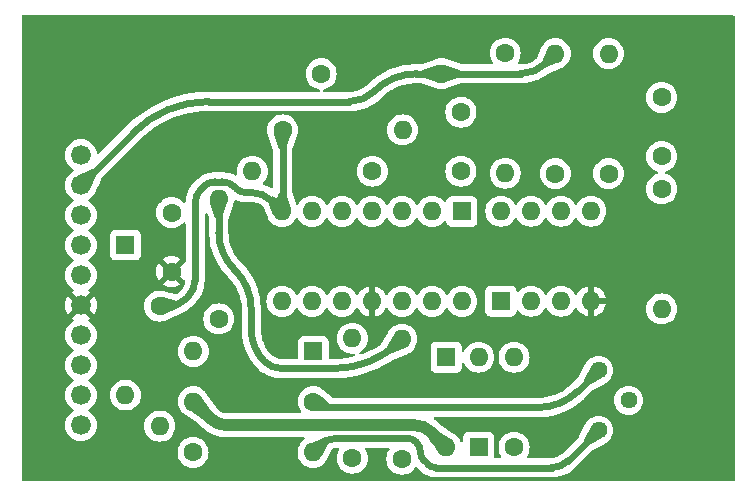
<source format=gtl>
G04 #@! TF.GenerationSoftware,KiCad,Pcbnew,8.0.1-1.fc39*
G04 #@! TF.CreationDate,2024-04-14T17:27:16+03:00*
G04 #@! TF.ProjectId,Regulator_PCB_VerA_rev0.1,52656775-6c61-4746-9f72-5f5043425f56,0.1*
G04 #@! TF.SameCoordinates,Original*
G04 #@! TF.FileFunction,Copper,L1,Top*
G04 #@! TF.FilePolarity,Positive*
%FSLAX46Y46*%
G04 Gerber Fmt 4.6, Leading zero omitted, Abs format (unit mm)*
G04 Created by KiCad (PCBNEW 8.0.1-1.fc39) date 2024-04-14 17:27:16*
%MOMM*%
%LPD*%
G01*
G04 APERTURE LIST*
G04 #@! TA.AperFunction,ComponentPad*
%ADD10C,1.600000*%
G04 #@! TD*
G04 #@! TA.AperFunction,ComponentPad*
%ADD11O,1.600000X1.600000*%
G04 #@! TD*
G04 #@! TA.AperFunction,ComponentPad*
%ADD12R,1.600000X1.600000*%
G04 #@! TD*
G04 #@! TA.AperFunction,ComponentPad*
%ADD13C,1.440000*%
G04 #@! TD*
G04 #@! TA.AperFunction,ComponentPad*
%ADD14C,1.680000*%
G04 #@! TD*
G04 #@! TA.AperFunction,Conductor*
%ADD15C,0.600000*%
G04 #@! TD*
G04 #@! TA.AperFunction,Conductor*
%ADD16C,1.000000*%
G04 #@! TD*
G04 APERTURE END LIST*
D10*
X117000000Y-126000000D03*
D11*
X117000000Y-115840000D03*
D12*
X137580000Y-116900000D03*
D11*
X135040000Y-116900000D03*
X132500000Y-116900000D03*
X129960000Y-116900000D03*
X127420000Y-116900000D03*
X124880000Y-116900000D03*
X122340000Y-116900000D03*
X122340000Y-124520000D03*
X124880000Y-124520000D03*
X127420000Y-124520000D03*
X129960000Y-124520000D03*
X132500000Y-124520000D03*
X135040000Y-124520000D03*
X137580000Y-124520000D03*
D10*
X145500000Y-113700000D03*
D11*
X145500000Y-103540000D03*
D10*
X150000000Y-113700000D03*
D11*
X150000000Y-103540000D03*
D12*
X139000000Y-136870000D03*
D11*
X139000000Y-129250000D03*
D10*
X142000000Y-136870000D03*
D11*
X142000000Y-129250000D03*
D10*
X125000000Y-133000000D03*
D11*
X114840000Y-133000000D03*
D10*
X125670000Y-105250000D03*
D11*
X135830000Y-105250000D03*
D10*
X112000000Y-124920000D03*
D11*
X112000000Y-135080000D03*
D12*
X125000000Y-128750000D03*
D11*
X114840000Y-128750000D03*
D10*
X114820000Y-137300000D03*
D11*
X124980000Y-137300000D03*
D10*
X113000000Y-117000000D03*
X113000000Y-122000000D03*
D13*
X149160000Y-135440000D03*
X151700000Y-132900000D03*
X149160000Y-130360000D03*
D10*
X154500000Y-115000000D03*
D11*
X154500000Y-125160000D03*
D12*
X140880000Y-124500000D03*
D11*
X143420000Y-124500000D03*
X145960000Y-124500000D03*
X148500000Y-124500000D03*
X148500000Y-116880000D03*
X145960000Y-116880000D03*
X143420000Y-116880000D03*
X140880000Y-116880000D03*
D12*
X109100000Y-119750000D03*
D11*
X109100000Y-132450000D03*
D12*
X136250000Y-129250000D03*
D11*
X136250000Y-136870000D03*
D10*
X154500000Y-107250000D03*
X154500000Y-112250000D03*
D14*
X105330000Y-112140000D03*
X105330000Y-114680000D03*
X105330000Y-117220000D03*
X105330000Y-119760000D03*
X105330000Y-122300000D03*
X105330000Y-124840000D03*
X105330000Y-127380000D03*
X105330000Y-129920000D03*
X105330000Y-132460000D03*
X105330000Y-135000000D03*
D10*
X128300000Y-137800000D03*
D11*
X128300000Y-127640000D03*
D10*
X132500000Y-137880000D03*
D11*
X132500000Y-127720000D03*
D10*
X137500000Y-113500000D03*
X137500000Y-108500000D03*
X122400000Y-110000000D03*
D11*
X132560000Y-110000000D03*
D10*
X130000000Y-113500000D03*
D11*
X119840000Y-113500000D03*
D10*
X141250000Y-103500000D03*
D11*
X141250000Y-113660000D03*
D15*
X147409276Y-132110724D02*
G75*
G02*
X144055267Y-133499972I-3353976J3354024D01*
G01*
X149160000Y-130360000D02*
X147409276Y-132110724D01*
X144055267Y-133500000D02*
X125500000Y-133500000D01*
X125500000Y-133500000D02*
X125000000Y-133000000D01*
D16*
X133551573Y-135000000D02*
G75*
G02*
X134965801Y-135585773I27J-2000000D01*
G01*
X117668427Y-135000000D02*
G75*
G02*
X116254200Y-134414228I-27J2000000D01*
G01*
D15*
X145171573Y-138600000D02*
G75*
G03*
X146585801Y-138014227I27J2000000D01*
G01*
X135388889Y-138600000D02*
X145171573Y-138600000D01*
X146585787Y-138014213D02*
X149160000Y-135440000D01*
X125594215Y-136685787D02*
G75*
G02*
X127008427Y-136100020I1414185J-1414213D01*
G01*
X127008427Y-136100000D02*
X132914596Y-136100000D01*
X124980000Y-137300000D02*
X125594214Y-136685786D01*
D16*
X114840000Y-133000000D02*
X116254214Y-134414214D01*
X117668427Y-135000000D02*
X133551573Y-135000000D01*
X134965787Y-135585787D02*
X136250000Y-136870000D01*
D15*
X133700000Y-136425325D02*
G75*
G03*
X132914596Y-136099995I-785400J-785375D01*
G01*
X134074675Y-137285786D02*
G75*
G03*
X133731154Y-136456499I-1172775J-14D01*
G01*
X134074675Y-137285786D02*
G75*
G03*
X134367556Y-137992905I1000025J-14D01*
G01*
X134681782Y-138307107D02*
G75*
G03*
X135388889Y-138600008I707118J707107D01*
G01*
X133700000Y-136425325D02*
X133731164Y-136456489D01*
X134367568Y-137992893D02*
X134681782Y-138307107D01*
X114414213Y-124085785D02*
G75*
G03*
X114999980Y-122671573I-1414213J1414185D01*
G01*
X112751573Y-124920000D02*
G75*
G03*
X114165801Y-124334227I27J2000000D01*
G01*
X116653579Y-114400000D02*
X117291221Y-114400000D01*
X115500000Y-115000000D02*
X115708561Y-114791439D01*
X115000000Y-122671573D02*
X115000000Y-116207106D01*
X114165787Y-124334213D02*
X114414214Y-124085786D01*
X118330472Y-114830472D02*
X118507107Y-115007107D01*
X122310000Y-116870000D02*
G75*
G03*
X122370000Y-116870000I30000J30001D01*
G01*
X119214214Y-115300000D02*
X119776191Y-115300000D01*
X119776191Y-115300000D02*
G75*
G02*
X121421512Y-115981520I9J-2326800D01*
G01*
X112000000Y-124920000D02*
X112751573Y-124920000D01*
X118507107Y-115007107D02*
G75*
G03*
X119214214Y-115299990I707093J707107D01*
G01*
X117291221Y-114400000D02*
G75*
G02*
X118330457Y-114830487I-21J-1469700D01*
G01*
X115708561Y-114791439D02*
G75*
G02*
X116653579Y-114399998I945039J-945061D01*
G01*
X122370000Y-116870000D02*
G75*
G03*
X122399989Y-116797573I-72400J72400D01*
G01*
X115000000Y-116207106D02*
G75*
G02*
X115499998Y-114999998I1707100J6D01*
G01*
X121421516Y-115981516D02*
X122310000Y-116870000D01*
X122400000Y-116797573D02*
X122400000Y-110000000D01*
X128057331Y-107600000D02*
G75*
G03*
X130178671Y-106721311I-31J3000100D01*
G01*
X116147066Y-107600000D02*
G75*
G03*
X109767507Y-110242517I34J-9022100D01*
G01*
X133730765Y-105250000D02*
G75*
G03*
X130178700Y-106721340I35J-5023400D01*
G01*
X144668680Y-104371320D02*
G75*
G02*
X142547359Y-105249971I-2121280J2121320D01*
G01*
X135830000Y-105250000D02*
X142547359Y-105250000D01*
X144668680Y-104371320D02*
X145500000Y-103540000D01*
X116147066Y-107600000D02*
X128057331Y-107600000D01*
X133730765Y-105250000D02*
X135830000Y-105250000D01*
X105330000Y-114680000D02*
X109767495Y-110242505D01*
X119750000Y-125194543D02*
X119750000Y-126909009D01*
X132310344Y-127909656D02*
X132500000Y-127720000D01*
X117000000Y-118665000D02*
X117000000Y-115840000D01*
X118375000Y-121875000D02*
X118297540Y-121797540D01*
X126780966Y-130200000D02*
X122263166Y-130200000D01*
X120875000Y-129625000D02*
G75*
G02*
X119749996Y-126909009I2716000J2716000D01*
G01*
X126780966Y-130200000D02*
G75*
G03*
X132310357Y-127909669I34J7819700D01*
G01*
X117000000Y-118665000D02*
G75*
G03*
X118297536Y-121797544I4430100J0D01*
G01*
X120875000Y-129625000D02*
G75*
G03*
X122263166Y-130200040I1388200J1388100D01*
G01*
X119750000Y-125194543D02*
G75*
G03*
X118375013Y-121874987I-4694500J43D01*
G01*
G04 #@! TA.AperFunction,Conductor*
G36*
X160642539Y-100320185D02*
G01*
X160688294Y-100372989D01*
X160699500Y-100424500D01*
X160699500Y-139575500D01*
X160679815Y-139642539D01*
X160627011Y-139688294D01*
X160575500Y-139699500D01*
X100424500Y-139699500D01*
X100357461Y-139679815D01*
X100311706Y-139627011D01*
X100300500Y-139575500D01*
X100300500Y-137300001D01*
X113506502Y-137300001D01*
X113526456Y-137528081D01*
X113526457Y-137528089D01*
X113585714Y-137749238D01*
X113585718Y-137749249D01*
X113646689Y-137880001D01*
X113682477Y-137956749D01*
X113813802Y-138144300D01*
X113975700Y-138306198D01*
X114163251Y-138437523D01*
X114204482Y-138456749D01*
X114370750Y-138534281D01*
X114370752Y-138534281D01*
X114370757Y-138534284D01*
X114591913Y-138593543D01*
X114754832Y-138607796D01*
X114819998Y-138613498D01*
X114820000Y-138613498D01*
X114820002Y-138613498D01*
X114877021Y-138608509D01*
X115048087Y-138593543D01*
X115269243Y-138534284D01*
X115476749Y-138437523D01*
X115664300Y-138306198D01*
X115826198Y-138144300D01*
X115957523Y-137956749D01*
X116054284Y-137749243D01*
X116113543Y-137528087D01*
X116133498Y-137300000D01*
X116132255Y-137285797D01*
X116122483Y-137174097D01*
X116113543Y-137071913D01*
X116054284Y-136850757D01*
X115957523Y-136643251D01*
X115826198Y-136455700D01*
X115664300Y-136293802D01*
X115476749Y-136162477D01*
X115476745Y-136162475D01*
X115269249Y-136065718D01*
X115269238Y-136065714D01*
X115048089Y-136006457D01*
X115048081Y-136006456D01*
X114820002Y-135986502D01*
X114819998Y-135986502D01*
X114591918Y-136006456D01*
X114591910Y-136006457D01*
X114370761Y-136065714D01*
X114370750Y-136065718D01*
X114163254Y-136162475D01*
X114163252Y-136162476D01*
X114163251Y-136162477D01*
X113975700Y-136293802D01*
X113975698Y-136293803D01*
X113975695Y-136293806D01*
X113813806Y-136455695D01*
X113813803Y-136455698D01*
X113813802Y-136455700D01*
X113755521Y-136538934D01*
X113682476Y-136643252D01*
X113682475Y-136643254D01*
X113585718Y-136850750D01*
X113585714Y-136850761D01*
X113526457Y-137071910D01*
X113526456Y-137071918D01*
X113506502Y-137299998D01*
X113506502Y-137300001D01*
X100300500Y-137300001D01*
X100300500Y-135000001D01*
X103976349Y-135000001D01*
X103996913Y-135235053D01*
X103996915Y-135235064D01*
X104057981Y-135462968D01*
X104057983Y-135462972D01*
X104057984Y-135462976D01*
X104147126Y-135654142D01*
X104157704Y-135676826D01*
X104157706Y-135676830D01*
X104260613Y-135823795D01*
X104293043Y-135870110D01*
X104459890Y-136036957D01*
X104556532Y-136104626D01*
X104653169Y-136172293D01*
X104653171Y-136172294D01*
X104653174Y-136172296D01*
X104867024Y-136272016D01*
X105094941Y-136333086D01*
X105262840Y-136347775D01*
X105329998Y-136353651D01*
X105330000Y-136353651D01*
X105330002Y-136353651D01*
X105388764Y-136348509D01*
X105565059Y-136333086D01*
X105792976Y-136272016D01*
X106006826Y-136172296D01*
X106200110Y-136036957D01*
X106366957Y-135870110D01*
X106502296Y-135676826D01*
X106602016Y-135462976D01*
X106663086Y-135235059D01*
X106676652Y-135080001D01*
X110686502Y-135080001D01*
X110706456Y-135308081D01*
X110706457Y-135308089D01*
X110765714Y-135529238D01*
X110765718Y-135529249D01*
X110860484Y-135732475D01*
X110862477Y-135736749D01*
X110993802Y-135924300D01*
X111155700Y-136086198D01*
X111343251Y-136217523D01*
X111460108Y-136272014D01*
X111550750Y-136314281D01*
X111550752Y-136314281D01*
X111550757Y-136314284D01*
X111771913Y-136373543D01*
X111934832Y-136387796D01*
X111999998Y-136393498D01*
X112000000Y-136393498D01*
X112000002Y-136393498D01*
X112057021Y-136388509D01*
X112228087Y-136373543D01*
X112449243Y-136314284D01*
X112656749Y-136217523D01*
X112844300Y-136086198D01*
X113006198Y-135924300D01*
X113137523Y-135736749D01*
X113234284Y-135529243D01*
X113293543Y-135308087D01*
X113313498Y-135080000D01*
X113311858Y-135061259D01*
X113301140Y-134938751D01*
X113293543Y-134851913D01*
X113234284Y-134630757D01*
X113210904Y-134580619D01*
X113171129Y-134495320D01*
X113137523Y-134423251D01*
X113006198Y-134235700D01*
X112844300Y-134073802D01*
X112656749Y-133942477D01*
X112656745Y-133942475D01*
X112449249Y-133845718D01*
X112449238Y-133845714D01*
X112228089Y-133786457D01*
X112228081Y-133786456D01*
X112000002Y-133766502D01*
X111999998Y-133766502D01*
X111771918Y-133786456D01*
X111771910Y-133786457D01*
X111550761Y-133845714D01*
X111550750Y-133845718D01*
X111343254Y-133942475D01*
X111343252Y-133942476D01*
X111289577Y-133980060D01*
X111155700Y-134073802D01*
X111155698Y-134073803D01*
X111155695Y-134073806D01*
X110993806Y-134235695D01*
X110993803Y-134235698D01*
X110993802Y-134235700D01*
X110942846Y-134308473D01*
X110862476Y-134423252D01*
X110862475Y-134423254D01*
X110765718Y-134630750D01*
X110765714Y-134630761D01*
X110706457Y-134851910D01*
X110706456Y-134851918D01*
X110686502Y-135079998D01*
X110686502Y-135080001D01*
X106676652Y-135080001D01*
X106683651Y-135000000D01*
X106681850Y-134979419D01*
X106672509Y-134872650D01*
X106663086Y-134764941D01*
X106602016Y-134537024D01*
X106502296Y-134323175D01*
X106502294Y-134323172D01*
X106502293Y-134323170D01*
X106366956Y-134129888D01*
X106200111Y-133963044D01*
X106200105Y-133963039D01*
X106056637Y-133862582D01*
X106012353Y-133831574D01*
X105968729Y-133776998D01*
X105961535Y-133707500D01*
X105993058Y-133645145D01*
X106012354Y-133628425D01*
X106046728Y-133604356D01*
X106200110Y-133496957D01*
X106366957Y-133330110D01*
X106502296Y-133136826D01*
X106602016Y-132922976D01*
X106663086Y-132695059D01*
X106683651Y-132460000D01*
X106683142Y-132454186D01*
X106682776Y-132450001D01*
X107786502Y-132450001D01*
X107806456Y-132678081D01*
X107806457Y-132678089D01*
X107865714Y-132899238D01*
X107865718Y-132899249D01*
X107962475Y-133106745D01*
X107962477Y-133106749D01*
X108093802Y-133294300D01*
X108255700Y-133456198D01*
X108443251Y-133587523D01*
X108530966Y-133628425D01*
X108650750Y-133684281D01*
X108650752Y-133684281D01*
X108650757Y-133684284D01*
X108871913Y-133743543D01*
X109034832Y-133757796D01*
X109099998Y-133763498D01*
X109100000Y-133763498D01*
X109100002Y-133763498D01*
X109157021Y-133758509D01*
X109328087Y-133743543D01*
X109549243Y-133684284D01*
X109756749Y-133587523D01*
X109944300Y-133456198D01*
X110106198Y-133294300D01*
X110237523Y-133106749D01*
X110287300Y-133000001D01*
X113526502Y-133000001D01*
X113546456Y-133228081D01*
X113546457Y-133228089D01*
X113605714Y-133449238D01*
X113605718Y-133449249D01*
X113689269Y-133628425D01*
X113702477Y-133656749D01*
X113833802Y-133844300D01*
X113995700Y-134006198D01*
X114183251Y-134137523D01*
X114228888Y-134158803D01*
X114246495Y-134168842D01*
X115203162Y-134823403D01*
X115301338Y-134890576D01*
X115318998Y-134905233D01*
X115471906Y-135058141D01*
X115471913Y-135058149D01*
X115493752Y-135079988D01*
X115493767Y-135080002D01*
X115505718Y-135091953D01*
X115505751Y-135092014D01*
X115645595Y-135231855D01*
X115874100Y-135419381D01*
X115874116Y-135419392D01*
X116119886Y-135583606D01*
X116339810Y-135701154D01*
X116380581Y-135722946D01*
X116653678Y-135836063D01*
X116936549Y-135921867D01*
X117226467Y-135979532D01*
X117520642Y-136008502D01*
X117668441Y-136008500D01*
X124149876Y-136008500D01*
X124216915Y-136028185D01*
X124262670Y-136080989D01*
X124272614Y-136150147D01*
X124243589Y-136213703D01*
X124221004Y-136234071D01*
X124135700Y-136293802D01*
X124135698Y-136293803D01*
X124135695Y-136293806D01*
X123973806Y-136455695D01*
X123973803Y-136455698D01*
X123973802Y-136455700D01*
X123915521Y-136538934D01*
X123842476Y-136643252D01*
X123842475Y-136643254D01*
X123745718Y-136850750D01*
X123745714Y-136850761D01*
X123686457Y-137071910D01*
X123686456Y-137071918D01*
X123666502Y-137299998D01*
X123666502Y-137300001D01*
X123686456Y-137528081D01*
X123686457Y-137528089D01*
X123745714Y-137749238D01*
X123745718Y-137749249D01*
X123806689Y-137880001D01*
X123842477Y-137956749D01*
X123973802Y-138144300D01*
X124135700Y-138306198D01*
X124323251Y-138437523D01*
X124364482Y-138456749D01*
X124530750Y-138534281D01*
X124530752Y-138534281D01*
X124530757Y-138534284D01*
X124751913Y-138593543D01*
X124914832Y-138607796D01*
X124979998Y-138613498D01*
X124980000Y-138613498D01*
X124980002Y-138613498D01*
X125037021Y-138608509D01*
X125208087Y-138593543D01*
X125429243Y-138534284D01*
X125636749Y-138437523D01*
X125824300Y-138306198D01*
X125986198Y-138144300D01*
X126117523Y-137956749D01*
X126162249Y-137860829D01*
X126173535Y-137841432D01*
X126180740Y-137831289D01*
X126596860Y-137021605D01*
X126645010Y-136970980D01*
X126678195Y-136957715D01*
X126812543Y-136925463D01*
X126831746Y-136922422D01*
X126962682Y-136912118D01*
X127003818Y-136908882D01*
X127013543Y-136908500D01*
X127088652Y-136908500D01*
X127155688Y-136928185D01*
X127201443Y-136980989D01*
X127211387Y-137050147D01*
X127190224Y-137103623D01*
X127162480Y-137143246D01*
X127162475Y-137143254D01*
X127065718Y-137350750D01*
X127065714Y-137350761D01*
X127006457Y-137571910D01*
X127006456Y-137571918D01*
X126986502Y-137799998D01*
X126986502Y-137800001D01*
X127006456Y-138028081D01*
X127006457Y-138028089D01*
X127065714Y-138249238D01*
X127065718Y-138249249D01*
X127103020Y-138329243D01*
X127162477Y-138456749D01*
X127293802Y-138644300D01*
X127455700Y-138806198D01*
X127643251Y-138937523D01*
X127768091Y-138995736D01*
X127850750Y-139034281D01*
X127850752Y-139034281D01*
X127850757Y-139034284D01*
X128071913Y-139093543D01*
X128224939Y-139106931D01*
X128299998Y-139113498D01*
X128300000Y-139113498D01*
X128300002Y-139113498D01*
X128375061Y-139106931D01*
X128528087Y-139093543D01*
X128749243Y-139034284D01*
X128956749Y-138937523D01*
X129144300Y-138806198D01*
X129306198Y-138644300D01*
X129437523Y-138456749D01*
X129534284Y-138249243D01*
X129593543Y-138028087D01*
X129613498Y-137800000D01*
X129611469Y-137776813D01*
X129601475Y-137662582D01*
X129593543Y-137571913D01*
X129534284Y-137350757D01*
X129437523Y-137143251D01*
X129409776Y-137103624D01*
X129387448Y-137037418D01*
X129404458Y-136969651D01*
X129455405Y-136921837D01*
X129511350Y-136908500D01*
X131344667Y-136908500D01*
X131411706Y-136928185D01*
X131457461Y-136980989D01*
X131467405Y-137050147D01*
X131446243Y-137103620D01*
X131418494Y-137143251D01*
X131362476Y-137223252D01*
X131362475Y-137223254D01*
X131265718Y-137430750D01*
X131265714Y-137430761D01*
X131206457Y-137651910D01*
X131206456Y-137651918D01*
X131186502Y-137879998D01*
X131186502Y-137880001D01*
X131206456Y-138108081D01*
X131206457Y-138108089D01*
X131265714Y-138329238D01*
X131265718Y-138329249D01*
X131361328Y-138534285D01*
X131362477Y-138536749D01*
X131493802Y-138724300D01*
X131655700Y-138886198D01*
X131843251Y-139017523D01*
X131968091Y-139075736D01*
X132050750Y-139114281D01*
X132050752Y-139114281D01*
X132050757Y-139114284D01*
X132271913Y-139173543D01*
X132434832Y-139187796D01*
X132499998Y-139193498D01*
X132500000Y-139193498D01*
X132500002Y-139193498D01*
X132557021Y-139188509D01*
X132728087Y-139173543D01*
X132949243Y-139114284D01*
X133156749Y-139017523D01*
X133344300Y-138886198D01*
X133506198Y-138724300D01*
X133606511Y-138581038D01*
X133661086Y-138537415D01*
X133730584Y-138530221D01*
X133792939Y-138561744D01*
X133795765Y-138564482D01*
X133795854Y-138564571D01*
X133795855Y-138564573D01*
X133795856Y-138564573D01*
X133844779Y-138613498D01*
X133861314Y-138630033D01*
X133861331Y-138630048D01*
X134170662Y-138939380D01*
X134170789Y-138939495D01*
X134193904Y-138962610D01*
X134381983Y-139106930D01*
X134587290Y-139225467D01*
X134806313Y-139316192D01*
X135035304Y-139377552D01*
X135270345Y-139408498D01*
X135300604Y-139408498D01*
X135300632Y-139408500D01*
X135309259Y-139408500D01*
X145257204Y-139408500D01*
X145257578Y-139408481D01*
X145309535Y-139408482D01*
X145584151Y-139381438D01*
X145854795Y-139327607D01*
X146118859Y-139247508D01*
X146373800Y-139141911D01*
X146617163Y-139011834D01*
X146846605Y-138858530D01*
X147059915Y-138683474D01*
X147095330Y-138648059D01*
X147095345Y-138648046D01*
X147101173Y-138642217D01*
X147101176Y-138642216D01*
X148633164Y-137110226D01*
X148663414Y-137088010D01*
X149663862Y-136565260D01*
X149691620Y-136549641D01*
X149691628Y-136549634D01*
X149692639Y-136548944D01*
X149710207Y-136538934D01*
X149731082Y-136529199D01*
X149776597Y-136507976D01*
X149952681Y-136384681D01*
X150104681Y-136232681D01*
X150227976Y-136056597D01*
X150318822Y-135861777D01*
X150374458Y-135654142D01*
X150393193Y-135440000D01*
X150374458Y-135225858D01*
X150318822Y-135018223D01*
X150227976Y-134823404D01*
X150104681Y-134647319D01*
X150104679Y-134647316D01*
X149952682Y-134495319D01*
X149776601Y-134372026D01*
X149776597Y-134372024D01*
X149728590Y-134349638D01*
X149581777Y-134281178D01*
X149581774Y-134281177D01*
X149581772Y-134281176D01*
X149374144Y-134225542D01*
X149374136Y-134225541D01*
X149160002Y-134206807D01*
X149159998Y-134206807D01*
X148945863Y-134225541D01*
X148945855Y-134225542D01*
X148738227Y-134281176D01*
X148738221Y-134281179D01*
X148543405Y-134372023D01*
X148543403Y-134372024D01*
X148367316Y-134495320D01*
X148215320Y-134647316D01*
X148092024Y-134823402D01*
X148092022Y-134823405D01*
X148053045Y-134906990D01*
X148041281Y-134927055D01*
X148034740Y-134936135D01*
X148034739Y-134936136D01*
X147511986Y-135936585D01*
X147489766Y-135966840D01*
X146017553Y-137439054D01*
X146010403Y-137445664D01*
X145879343Y-137557599D01*
X145863605Y-137569033D01*
X145731715Y-137649853D01*
X145720835Y-137656520D01*
X145703499Y-137665352D01*
X145548786Y-137729435D01*
X145530280Y-137735448D01*
X145367465Y-137774534D01*
X145348246Y-137777578D01*
X145176181Y-137791117D01*
X145166454Y-137791499D01*
X145080494Y-137791499D01*
X145080474Y-137791500D01*
X143190344Y-137791500D01*
X143123305Y-137771815D01*
X143077550Y-137719011D01*
X143067606Y-137649853D01*
X143088768Y-137596377D01*
X143137523Y-137526749D01*
X143234284Y-137319243D01*
X143293543Y-137098087D01*
X143313498Y-136870000D01*
X143311814Y-136850757D01*
X143293543Y-136641918D01*
X143293543Y-136641913D01*
X143234284Y-136420757D01*
X143212267Y-136373542D01*
X143147233Y-136234075D01*
X143137523Y-136213251D01*
X143006198Y-136025700D01*
X142844300Y-135863802D01*
X142656749Y-135732477D01*
X142611116Y-135711198D01*
X142449249Y-135635718D01*
X142449238Y-135635714D01*
X142228089Y-135576457D01*
X142228081Y-135576456D01*
X142000002Y-135556502D01*
X141999998Y-135556502D01*
X141771918Y-135576456D01*
X141771910Y-135576457D01*
X141550761Y-135635714D01*
X141550750Y-135635718D01*
X141343254Y-135732475D01*
X141343252Y-135732476D01*
X141337150Y-135736749D01*
X141155700Y-135863802D01*
X141155698Y-135863803D01*
X141155695Y-135863806D01*
X140993806Y-136025695D01*
X140993803Y-136025698D01*
X140993802Y-136025700D01*
X140932546Y-136113183D01*
X140862476Y-136213252D01*
X140862475Y-136213254D01*
X140765718Y-136420750D01*
X140765714Y-136420761D01*
X140706457Y-136641910D01*
X140706456Y-136641918D01*
X140686502Y-136869998D01*
X140686502Y-136870001D01*
X140706456Y-137098081D01*
X140706457Y-137098089D01*
X140765714Y-137319238D01*
X140765718Y-137319249D01*
X140836899Y-137471897D01*
X140862477Y-137526749D01*
X140911231Y-137596377D01*
X140933558Y-137662582D01*
X140916548Y-137730350D01*
X140865600Y-137778163D01*
X140809656Y-137791500D01*
X140432500Y-137791500D01*
X140365461Y-137771815D01*
X140319706Y-137719011D01*
X140308500Y-137667500D01*
X140308500Y-136021362D01*
X140308499Y-136021345D01*
X140302638Y-135966840D01*
X140301989Y-135960799D01*
X140299234Y-135953413D01*
X140265812Y-135863806D01*
X140250889Y-135823796D01*
X140163261Y-135706739D01*
X140046204Y-135619111D01*
X139909203Y-135568011D01*
X139848654Y-135561500D01*
X139848638Y-135561500D01*
X138151362Y-135561500D01*
X138151345Y-135561500D01*
X138090797Y-135568011D01*
X138090795Y-135568011D01*
X137953795Y-135619111D01*
X137836739Y-135706739D01*
X137749111Y-135823795D01*
X137698011Y-135960795D01*
X137698011Y-135960797D01*
X137691500Y-136021345D01*
X137691500Y-136305805D01*
X137671815Y-136372844D01*
X137619011Y-136418599D01*
X137549853Y-136428543D01*
X137486297Y-136399518D01*
X137455118Y-136358210D01*
X137452992Y-136353651D01*
X137387523Y-136213251D01*
X137256198Y-136025700D01*
X137094300Y-135863802D01*
X136906749Y-135732477D01*
X136906745Y-135732475D01*
X136906744Y-135732474D01*
X136861117Y-135711198D01*
X136843500Y-135701154D01*
X136774790Y-135654142D01*
X135935662Y-135080002D01*
X135788656Y-134979419D01*
X135770996Y-134964762D01*
X135749327Y-134943093D01*
X135749288Y-134943050D01*
X135715230Y-134908992D01*
X135715202Y-134908941D01*
X135678910Y-134872650D01*
X135678911Y-134872650D01*
X135574400Y-134768141D01*
X135570493Y-134764935D01*
X135345900Y-134580619D01*
X135345893Y-134580614D01*
X135278527Y-134535603D01*
X135233722Y-134481991D01*
X135225013Y-134412666D01*
X135255168Y-134349638D01*
X135314610Y-134312919D01*
X135347417Y-134308500D01*
X144140878Y-134308500D01*
X144141427Y-134308472D01*
X144273391Y-134308474D01*
X144708306Y-134274249D01*
X145139195Y-134206006D01*
X145563401Y-134104166D01*
X145978309Y-133969357D01*
X146381361Y-133802411D01*
X146770073Y-133604356D01*
X147142046Y-133376414D01*
X147494990Y-133119989D01*
X147752567Y-132900001D01*
X150466807Y-132900001D01*
X150485541Y-133114136D01*
X150485542Y-133114144D01*
X150541176Y-133321772D01*
X150541177Y-133321774D01*
X150541178Y-133321777D01*
X150600619Y-133449249D01*
X150632024Y-133516597D01*
X150632026Y-133516601D01*
X150755319Y-133692682D01*
X150907317Y-133844680D01*
X151083398Y-133967973D01*
X151083400Y-133967974D01*
X151083403Y-133967976D01*
X151278223Y-134058822D01*
X151485858Y-134114458D01*
X151638816Y-134127840D01*
X151699998Y-134133193D01*
X151700000Y-134133193D01*
X151700002Y-134133193D01*
X151753535Y-134128509D01*
X151914142Y-134114458D01*
X152121777Y-134058822D01*
X152316597Y-133967976D01*
X152492681Y-133844681D01*
X152644681Y-133692681D01*
X152767976Y-133516597D01*
X152858822Y-133321777D01*
X152914458Y-133114142D01*
X152933193Y-132900000D01*
X152933126Y-132899238D01*
X152921987Y-132771913D01*
X152914458Y-132685858D01*
X152858822Y-132478223D01*
X152767976Y-132283404D01*
X152644681Y-132107319D01*
X152644679Y-132107316D01*
X152492682Y-131955319D01*
X152316601Y-131832026D01*
X152316597Y-131832024D01*
X152233450Y-131793252D01*
X152121777Y-131741178D01*
X152121774Y-131741177D01*
X152121772Y-131741176D01*
X151914144Y-131685542D01*
X151914136Y-131685541D01*
X151700002Y-131666807D01*
X151699998Y-131666807D01*
X151485863Y-131685541D01*
X151485855Y-131685542D01*
X151278227Y-131741176D01*
X151278221Y-131741179D01*
X151083405Y-131832023D01*
X151083403Y-131832024D01*
X150907316Y-131955320D01*
X150755320Y-132107316D01*
X150632024Y-132283403D01*
X150632023Y-132283405D01*
X150578538Y-132398104D01*
X150549677Y-132459998D01*
X150541179Y-132478221D01*
X150541176Y-132478227D01*
X150485542Y-132685855D01*
X150485541Y-132685863D01*
X150466807Y-132899998D01*
X150466807Y-132900001D01*
X147752567Y-132900001D01*
X147826726Y-132836664D01*
X147914458Y-132748931D01*
X147914463Y-132748928D01*
X147924663Y-132738727D01*
X147924665Y-132738727D01*
X148633164Y-132030226D01*
X148663414Y-132008010D01*
X149663862Y-131485260D01*
X149691620Y-131469641D01*
X149691628Y-131469634D01*
X149692639Y-131468944D01*
X149710207Y-131458934D01*
X149731082Y-131449199D01*
X149776597Y-131427976D01*
X149952681Y-131304681D01*
X150104681Y-131152681D01*
X150227976Y-130976597D01*
X150318822Y-130781777D01*
X150374458Y-130574142D01*
X150393193Y-130360000D01*
X150374458Y-130145858D01*
X150318822Y-129938223D01*
X150227976Y-129743404D01*
X150104681Y-129567319D01*
X150104679Y-129567316D01*
X149952682Y-129415319D01*
X149776601Y-129292026D01*
X149776597Y-129292024D01*
X149686476Y-129250000D01*
X149581777Y-129201178D01*
X149581774Y-129201177D01*
X149581772Y-129201176D01*
X149374144Y-129145542D01*
X149374136Y-129145541D01*
X149160002Y-129126807D01*
X149159998Y-129126807D01*
X148945863Y-129145541D01*
X148945855Y-129145542D01*
X148738227Y-129201176D01*
X148738221Y-129201179D01*
X148543405Y-129292023D01*
X148543403Y-129292024D01*
X148367316Y-129415320D01*
X148215320Y-129567316D01*
X148092024Y-129743402D01*
X148092022Y-129743405D01*
X148053045Y-129826990D01*
X148041281Y-129847055D01*
X148034740Y-129856135D01*
X148034739Y-129856136D01*
X147511986Y-130856585D01*
X147489766Y-130886840D01*
X146841333Y-131535275D01*
X146841309Y-131535299D01*
X146839473Y-131537134D01*
X146835588Y-131540852D01*
X146588494Y-131767268D01*
X146580208Y-131774221D01*
X146316464Y-131976597D01*
X146307602Y-131982802D01*
X146027232Y-132161414D01*
X146017864Y-132166823D01*
X145722977Y-132320329D01*
X145713173Y-132324900D01*
X145406049Y-132452112D01*
X145395884Y-132455812D01*
X145078833Y-132555776D01*
X145068384Y-132558576D01*
X144743819Y-132630528D01*
X144733165Y-132632406D01*
X144403581Y-132675793D01*
X144392805Y-132676736D01*
X144057328Y-132691382D01*
X144051920Y-132691500D01*
X126661194Y-132691500D01*
X126594155Y-132671815D01*
X126577871Y-132659333D01*
X126229506Y-132343252D01*
X125918981Y-132061504D01*
X125886505Y-132034391D01*
X125886506Y-132034391D01*
X125882124Y-132030733D01*
X125882408Y-132030392D01*
X125873309Y-132022811D01*
X125844304Y-131993806D01*
X125844300Y-131993802D01*
X125656749Y-131862477D01*
X125656745Y-131862475D01*
X125449249Y-131765718D01*
X125449238Y-131765714D01*
X125228089Y-131706457D01*
X125228081Y-131706456D01*
X125000002Y-131686502D01*
X124999998Y-131686502D01*
X124771918Y-131706456D01*
X124771910Y-131706457D01*
X124550761Y-131765714D01*
X124550750Y-131765718D01*
X124343254Y-131862475D01*
X124343252Y-131862476D01*
X124343251Y-131862477D01*
X124155700Y-131993802D01*
X124155698Y-131993803D01*
X124155695Y-131993806D01*
X123993806Y-132155695D01*
X123862476Y-132343252D01*
X123862475Y-132343254D01*
X123765718Y-132550750D01*
X123765714Y-132550761D01*
X123706457Y-132771910D01*
X123706456Y-132771918D01*
X123686502Y-132999998D01*
X123686502Y-133000001D01*
X123706456Y-133228081D01*
X123706457Y-133228089D01*
X123765714Y-133449238D01*
X123765718Y-133449249D01*
X123849269Y-133628425D01*
X123862477Y-133656749D01*
X123960246Y-133796378D01*
X123982573Y-133862582D01*
X123965563Y-133930350D01*
X123914615Y-133978163D01*
X123858671Y-133991500D01*
X117767464Y-133991500D01*
X117767419Y-133991498D01*
X117761865Y-133991498D01*
X117756390Y-133991498D01*
X117673285Y-133991499D01*
X117663557Y-133991117D01*
X117523035Y-133980060D01*
X117503816Y-133977016D01*
X117371512Y-133945254D01*
X117353007Y-133939242D01*
X117274162Y-133906585D01*
X117227287Y-133887169D01*
X117209956Y-133878339D01*
X117093941Y-133807246D01*
X117078199Y-133795810D01*
X116971194Y-133704419D01*
X116964045Y-133697810D01*
X116745233Y-133478998D01*
X116730576Y-133461338D01*
X116722305Y-133449249D01*
X116008842Y-132406495D01*
X115998803Y-132388888D01*
X115977523Y-132343251D01*
X115846198Y-132155700D01*
X115814255Y-132123757D01*
X115809707Y-132118765D01*
X115809656Y-132118812D01*
X115807566Y-132116532D01*
X115798232Y-132107316D01*
X115765231Y-132074730D01*
X115764675Y-132074177D01*
X115684304Y-131993806D01*
X115684300Y-131993802D01*
X115496749Y-131862477D01*
X115496745Y-131862475D01*
X115289249Y-131765718D01*
X115289238Y-131765714D01*
X115068089Y-131706457D01*
X115068081Y-131706456D01*
X114840002Y-131686502D01*
X114839998Y-131686502D01*
X114611918Y-131706456D01*
X114611910Y-131706457D01*
X114390761Y-131765714D01*
X114390750Y-131765718D01*
X114183254Y-131862475D01*
X114183252Y-131862476D01*
X114183251Y-131862477D01*
X113995700Y-131993802D01*
X113995698Y-131993803D01*
X113995695Y-131993806D01*
X113833806Y-132155695D01*
X113702476Y-132343252D01*
X113702475Y-132343254D01*
X113605718Y-132550750D01*
X113605714Y-132550761D01*
X113546457Y-132771910D01*
X113546456Y-132771918D01*
X113526502Y-132999998D01*
X113526502Y-133000001D01*
X110287300Y-133000001D01*
X110334284Y-132899243D01*
X110393543Y-132678087D01*
X110413498Y-132450000D01*
X110393543Y-132221913D01*
X110334284Y-132000757D01*
X110332543Y-131997024D01*
X110255603Y-131832024D01*
X110237523Y-131793251D01*
X110106198Y-131605700D01*
X109944300Y-131443802D01*
X109756749Y-131312477D01*
X109756745Y-131312475D01*
X109549249Y-131215718D01*
X109549238Y-131215714D01*
X109328089Y-131156457D01*
X109328081Y-131156456D01*
X109100002Y-131136502D01*
X109099998Y-131136502D01*
X108871918Y-131156456D01*
X108871910Y-131156457D01*
X108650761Y-131215714D01*
X108650750Y-131215718D01*
X108443254Y-131312475D01*
X108443252Y-131312476D01*
X108443251Y-131312477D01*
X108255700Y-131443802D01*
X108255698Y-131443803D01*
X108255695Y-131443806D01*
X108093806Y-131605695D01*
X108093803Y-131605698D01*
X108093802Y-131605700D01*
X108037897Y-131685541D01*
X107962476Y-131793252D01*
X107962475Y-131793254D01*
X107865718Y-132000750D01*
X107865714Y-132000761D01*
X107806457Y-132221910D01*
X107806456Y-132221918D01*
X107786502Y-132449998D01*
X107786502Y-132450001D01*
X106682776Y-132450001D01*
X106668201Y-132283404D01*
X106663086Y-132224941D01*
X106607316Y-132016803D01*
X106602018Y-131997031D01*
X106602017Y-131997030D01*
X106602016Y-131997024D01*
X106502296Y-131783175D01*
X106502294Y-131783172D01*
X106502293Y-131783170D01*
X106366956Y-131589888D01*
X106200111Y-131423044D01*
X106200105Y-131423039D01*
X106042204Y-131312476D01*
X106012353Y-131291574D01*
X105968729Y-131236998D01*
X105961535Y-131167500D01*
X105993058Y-131105145D01*
X106012354Y-131088425D01*
X106200110Y-130956957D01*
X106366957Y-130790110D01*
X106502296Y-130596826D01*
X106602016Y-130382976D01*
X106663086Y-130155059D01*
X106683651Y-129920000D01*
X106681815Y-129899020D01*
X106669320Y-129756198D01*
X106663086Y-129684941D01*
X106607658Y-129478081D01*
X106602018Y-129457031D01*
X106602017Y-129457030D01*
X106602016Y-129457024D01*
X106502296Y-129243175D01*
X106502294Y-129243172D01*
X106502293Y-129243170D01*
X106366956Y-129049888D01*
X106200111Y-128883044D01*
X106200105Y-128883039D01*
X106021390Y-128757902D01*
X106012353Y-128751574D01*
X106011096Y-128750001D01*
X113526502Y-128750001D01*
X113546456Y-128978081D01*
X113546457Y-128978089D01*
X113605714Y-129199238D01*
X113605718Y-129199249D01*
X113690141Y-129380294D01*
X113702477Y-129406749D01*
X113833802Y-129594300D01*
X113995700Y-129756198D01*
X114183251Y-129887523D01*
X114252899Y-129920000D01*
X114390750Y-129984281D01*
X114390752Y-129984281D01*
X114390757Y-129984284D01*
X114611913Y-130043543D01*
X114774832Y-130057796D01*
X114839998Y-130063498D01*
X114840000Y-130063498D01*
X114840002Y-130063498D01*
X114897021Y-130058509D01*
X115068087Y-130043543D01*
X115289243Y-129984284D01*
X115496749Y-129887523D01*
X115684300Y-129756198D01*
X115846198Y-129594300D01*
X115977523Y-129406749D01*
X116074284Y-129199243D01*
X116133543Y-128978087D01*
X116153498Y-128750000D01*
X116133543Y-128521913D01*
X116074284Y-128300757D01*
X116047727Y-128243806D01*
X116012956Y-128169238D01*
X115977523Y-128093251D01*
X115846198Y-127905700D01*
X115684300Y-127743802D01*
X115496749Y-127612477D01*
X115496745Y-127612475D01*
X115289249Y-127515718D01*
X115289238Y-127515714D01*
X115068089Y-127456457D01*
X115068081Y-127456456D01*
X114840002Y-127436502D01*
X114839998Y-127436502D01*
X114611918Y-127456456D01*
X114611910Y-127456457D01*
X114390761Y-127515714D01*
X114390750Y-127515718D01*
X114183254Y-127612475D01*
X114183252Y-127612476D01*
X114179556Y-127615064D01*
X113995700Y-127743802D01*
X113995698Y-127743803D01*
X113995695Y-127743806D01*
X113833806Y-127905695D01*
X113833803Y-127905698D01*
X113833802Y-127905700D01*
X113768395Y-127999111D01*
X113702476Y-128093252D01*
X113702475Y-128093254D01*
X113605718Y-128300750D01*
X113605714Y-128300761D01*
X113546457Y-128521910D01*
X113546456Y-128521918D01*
X113526502Y-128749998D01*
X113526502Y-128750001D01*
X106011096Y-128750001D01*
X105968729Y-128696998D01*
X105961535Y-128627500D01*
X105993058Y-128565145D01*
X106012354Y-128548425D01*
X106033135Y-128533874D01*
X106200110Y-128416957D01*
X106366957Y-128250110D01*
X106502296Y-128056826D01*
X106602016Y-127842976D01*
X106663086Y-127615059D01*
X106683651Y-127380000D01*
X106663086Y-127144941D01*
X106602016Y-126917024D01*
X106502296Y-126703175D01*
X106502294Y-126703172D01*
X106502293Y-126703170D01*
X106366956Y-126509888D01*
X106200111Y-126343044D01*
X106200110Y-126343043D01*
X106006826Y-126207704D01*
X106004944Y-126206386D01*
X105961320Y-126151809D01*
X105954127Y-126082310D01*
X105985649Y-126019956D01*
X106004945Y-126003236D01*
X106084193Y-125947746D01*
X105508399Y-125371952D01*
X105546152Y-125361837D01*
X105673848Y-125288111D01*
X105778111Y-125183848D01*
X105851837Y-125056152D01*
X105861952Y-125018399D01*
X106437746Y-125594193D01*
X106494902Y-125512566D01*
X106494906Y-125512560D01*
X106593996Y-125300059D01*
X106593999Y-125300053D01*
X106654683Y-125073578D01*
X106654684Y-125073571D01*
X106668120Y-124920001D01*
X110686502Y-124920001D01*
X110706456Y-125148081D01*
X110706457Y-125148089D01*
X110765714Y-125369238D01*
X110765718Y-125369249D01*
X110862475Y-125576745D01*
X110862477Y-125576749D01*
X110993802Y-125764300D01*
X111155700Y-125926198D01*
X111343251Y-126057523D01*
X111451466Y-126107984D01*
X111550750Y-126154281D01*
X111550752Y-126154281D01*
X111550757Y-126154284D01*
X111771913Y-126213543D01*
X111934832Y-126227796D01*
X111999998Y-126233498D01*
X112000000Y-126233498D01*
X112000002Y-126233498D01*
X112061917Y-126228081D01*
X112228087Y-126213543D01*
X112449243Y-126154284D01*
X112496390Y-126132298D01*
X112513281Y-126125875D01*
X112532770Y-126120051D01*
X112792305Y-126000001D01*
X115686502Y-126000001D01*
X115706456Y-126228081D01*
X115706457Y-126228089D01*
X115765714Y-126449238D01*
X115765718Y-126449249D01*
X115862475Y-126656745D01*
X115862477Y-126656749D01*
X115993802Y-126844300D01*
X116155700Y-127006198D01*
X116343251Y-127137523D01*
X116457421Y-127190761D01*
X116550750Y-127234281D01*
X116550752Y-127234281D01*
X116550757Y-127234284D01*
X116771913Y-127293543D01*
X116934832Y-127307796D01*
X116999998Y-127313498D01*
X117000000Y-127313498D01*
X117000002Y-127313498D01*
X117057021Y-127308509D01*
X117228087Y-127293543D01*
X117449243Y-127234284D01*
X117656749Y-127137523D01*
X117844300Y-127006198D01*
X118006198Y-126844300D01*
X118137523Y-126656749D01*
X118234284Y-126449243D01*
X118293543Y-126228087D01*
X118311752Y-126019956D01*
X118313498Y-126000001D01*
X118313498Y-125999998D01*
X118298931Y-125833498D01*
X118293543Y-125771913D01*
X118234284Y-125550757D01*
X118216475Y-125512566D01*
X118163985Y-125400000D01*
X118137523Y-125343251D01*
X118006198Y-125155700D01*
X117844300Y-124993802D01*
X117656749Y-124862477D01*
X117642529Y-124855846D01*
X117449249Y-124765718D01*
X117449238Y-124765714D01*
X117228089Y-124706457D01*
X117228081Y-124706456D01*
X117000002Y-124686502D01*
X116999998Y-124686502D01*
X116771918Y-124706456D01*
X116771910Y-124706457D01*
X116550761Y-124765714D01*
X116550750Y-124765718D01*
X116343254Y-124862475D01*
X116343252Y-124862476D01*
X116289663Y-124900000D01*
X116155700Y-124993802D01*
X116155698Y-124993803D01*
X116155695Y-124993806D01*
X115993806Y-125155695D01*
X115993803Y-125155698D01*
X115993802Y-125155700D01*
X115870471Y-125331835D01*
X115862478Y-125343250D01*
X115862475Y-125343254D01*
X115765718Y-125550750D01*
X115765714Y-125550761D01*
X115706457Y-125771910D01*
X115706456Y-125771918D01*
X115686502Y-125999998D01*
X115686502Y-126000001D01*
X112792305Y-126000001D01*
X113896303Y-125489339D01*
X113927048Y-125473462D01*
X113936477Y-125469085D01*
X113953800Y-125461911D01*
X114197163Y-125331834D01*
X114426605Y-125178530D01*
X114639915Y-125003474D01*
X114675330Y-124968059D01*
X114675345Y-124968046D01*
X114681173Y-124962217D01*
X114681176Y-124962216D01*
X114949582Y-124693808D01*
X114949643Y-124693775D01*
X114985928Y-124657489D01*
X114985929Y-124657490D01*
X115083490Y-124559927D01*
X115258547Y-124346615D01*
X115411852Y-124117172D01*
X115541930Y-123873807D01*
X115647527Y-123618865D01*
X115727627Y-123354799D01*
X115781458Y-123084154D01*
X115808502Y-122809535D01*
X115808500Y-122671562D01*
X115808500Y-122652429D01*
X115808500Y-117162173D01*
X115828185Y-117095134D01*
X115880989Y-117049379D01*
X115950147Y-117039435D01*
X116013703Y-117068460D01*
X116049921Y-117122322D01*
X116164934Y-117461215D01*
X116184922Y-117520111D01*
X116191500Y-117559961D01*
X116191500Y-118750693D01*
X116191506Y-118750814D01*
X116191506Y-118870829D01*
X116193908Y-118901345D01*
X116223803Y-119281203D01*
X116288199Y-119687783D01*
X116374003Y-120045183D01*
X116384299Y-120088069D01*
X116511499Y-120479553D01*
X116608966Y-120714860D01*
X116669032Y-120859872D01*
X116855916Y-121226654D01*
X116855923Y-121226666D01*
X116855925Y-121226669D01*
X117070993Y-121577630D01*
X117071015Y-121577662D01*
X117312954Y-121910665D01*
X117312975Y-121910692D01*
X117580287Y-122223675D01*
X117580297Y-122223686D01*
X117580304Y-122223694D01*
X117580311Y-122223701D01*
X117664149Y-122307539D01*
X117664164Y-122307556D01*
X117669536Y-122312928D01*
X117669537Y-122312929D01*
X117776954Y-122420346D01*
X117801379Y-122444771D01*
X117805121Y-122448679D01*
X118028682Y-122692655D01*
X118035635Y-122700942D01*
X118235415Y-122961300D01*
X118241620Y-122970161D01*
X118417958Y-123246959D01*
X118423366Y-123256327D01*
X118574902Y-123547426D01*
X118579474Y-123557231D01*
X118705060Y-123860430D01*
X118708760Y-123870594D01*
X118756648Y-124022475D01*
X118802355Y-124167442D01*
X118807447Y-124183589D01*
X118810247Y-124194040D01*
X118881278Y-124514454D01*
X118883156Y-124525107D01*
X118925988Y-124850475D01*
X118926931Y-124861251D01*
X118941382Y-125192272D01*
X118941500Y-125197680D01*
X118941500Y-126857645D01*
X118941496Y-126857658D01*
X118941496Y-127112013D01*
X118976882Y-127516472D01*
X119034071Y-127840795D01*
X119047385Y-127916303D01*
X119055902Y-127948089D01*
X119152462Y-128308460D01*
X119152465Y-128308470D01*
X119152466Y-128308471D01*
X119291328Y-128689988D01*
X119291331Y-128689995D01*
X119291332Y-128689997D01*
X119291335Y-128690005D01*
X119462907Y-129057941D01*
X119462915Y-129057957D01*
X119562972Y-129231259D01*
X119665914Y-129409559D01*
X119665918Y-129409565D01*
X119665925Y-129409576D01*
X119898787Y-129742138D01*
X120048032Y-129920001D01*
X120151696Y-130043543D01*
X120159762Y-130053155D01*
X120303302Y-130196695D01*
X120303303Y-130196695D01*
X120303304Y-130196696D01*
X120363392Y-130256783D01*
X120363394Y-130256784D01*
X120367826Y-130261216D01*
X120368336Y-130261675D01*
X120380067Y-130273407D01*
X120399591Y-130292932D01*
X120399602Y-130292941D01*
X120610082Y-130465690D01*
X120610086Y-130465693D01*
X120610096Y-130465701D01*
X120836522Y-130617005D01*
X120956605Y-130681195D01*
X121076681Y-130745382D01*
X121076683Y-130745382D01*
X121076689Y-130745386D01*
X121328283Y-130849607D01*
X121588882Y-130928666D01*
X121855974Y-130981800D01*
X122126989Y-131008498D01*
X122173528Y-131008498D01*
X122173552Y-131008500D01*
X122183536Y-131008500D01*
X122263152Y-131008500D01*
X122348129Y-131008501D01*
X122348134Y-131008500D01*
X126780962Y-131008500D01*
X126860596Y-131008500D01*
X126866662Y-131008500D01*
X126867036Y-131008481D01*
X127041680Y-131008482D01*
X127562163Y-130977001D01*
X128079796Y-130914151D01*
X128592689Y-130820161D01*
X129098972Y-130695376D01*
X129098976Y-130695374D01*
X129098979Y-130695374D01*
X129190519Y-130666848D01*
X129596797Y-130540249D01*
X130084347Y-130355347D01*
X130559844Y-130141345D01*
X130641185Y-130098654D01*
X134941500Y-130098654D01*
X134948011Y-130159202D01*
X134948011Y-130159204D01*
X134984443Y-130256879D01*
X134999111Y-130296204D01*
X135086739Y-130413261D01*
X135203796Y-130500889D01*
X135340799Y-130551989D01*
X135368050Y-130554918D01*
X135401345Y-130558499D01*
X135401362Y-130558500D01*
X137098638Y-130558500D01*
X137098654Y-130558499D01*
X137125692Y-130555591D01*
X137159201Y-130551989D01*
X137296204Y-130500889D01*
X137413261Y-130413261D01*
X137500889Y-130296204D01*
X137551989Y-130159201D01*
X137555591Y-130125692D01*
X137558499Y-130098654D01*
X137558500Y-130098637D01*
X137558500Y-129814194D01*
X137578185Y-129747155D01*
X137630989Y-129701400D01*
X137700147Y-129691456D01*
X137763703Y-129720481D01*
X137794881Y-129761789D01*
X137862477Y-129906749D01*
X137993802Y-130094300D01*
X138155700Y-130256198D01*
X138343251Y-130387523D01*
X138398445Y-130413260D01*
X138550750Y-130484281D01*
X138550752Y-130484281D01*
X138550757Y-130484284D01*
X138771913Y-130543543D01*
X138934832Y-130557796D01*
X138999998Y-130563498D01*
X139000000Y-130563498D01*
X139000002Y-130563498D01*
X139057139Y-130558499D01*
X139228087Y-130543543D01*
X139449243Y-130484284D01*
X139656749Y-130387523D01*
X139844300Y-130256198D01*
X140006198Y-130094300D01*
X140137523Y-129906749D01*
X140234284Y-129699243D01*
X140293543Y-129478087D01*
X140313498Y-129250001D01*
X140686502Y-129250001D01*
X140706456Y-129478081D01*
X140706457Y-129478089D01*
X140765714Y-129699238D01*
X140765718Y-129699249D01*
X140819318Y-129814194D01*
X140862477Y-129906749D01*
X140993802Y-130094300D01*
X141155700Y-130256198D01*
X141343251Y-130387523D01*
X141398445Y-130413260D01*
X141550750Y-130484281D01*
X141550752Y-130484281D01*
X141550757Y-130484284D01*
X141771913Y-130543543D01*
X141934832Y-130557796D01*
X141999998Y-130563498D01*
X142000000Y-130563498D01*
X142000002Y-130563498D01*
X142057139Y-130558499D01*
X142228087Y-130543543D01*
X142449243Y-130484284D01*
X142656749Y-130387523D01*
X142844300Y-130256198D01*
X143006198Y-130094300D01*
X143137523Y-129906749D01*
X143234284Y-129699243D01*
X143293543Y-129478087D01*
X143313498Y-129250000D01*
X143312900Y-129243170D01*
X143302720Y-129126807D01*
X143293543Y-129021913D01*
X143234284Y-128800757D01*
X143229074Y-128789585D01*
X143180681Y-128685805D01*
X143137523Y-128593251D01*
X143006198Y-128405700D01*
X142844300Y-128243802D01*
X142656749Y-128112477D01*
X142615521Y-128093252D01*
X142449249Y-128015718D01*
X142449238Y-128015714D01*
X142228089Y-127956457D01*
X142228081Y-127956456D01*
X142000002Y-127936502D01*
X141999998Y-127936502D01*
X141771918Y-127956456D01*
X141771910Y-127956457D01*
X141550761Y-128015714D01*
X141550750Y-128015718D01*
X141343254Y-128112475D01*
X141343252Y-128112476D01*
X141343251Y-128112477D01*
X141155700Y-128243802D01*
X141155698Y-128243803D01*
X141155695Y-128243806D01*
X140993806Y-128405695D01*
X140993803Y-128405698D01*
X140993802Y-128405700D01*
X140985920Y-128416957D01*
X140862476Y-128593252D01*
X140862475Y-128593254D01*
X140765718Y-128800750D01*
X140765714Y-128800761D01*
X140706457Y-129021910D01*
X140706456Y-129021918D01*
X140686502Y-129249998D01*
X140686502Y-129250001D01*
X140313498Y-129250001D01*
X140313498Y-129250000D01*
X140312900Y-129243170D01*
X140302720Y-129126807D01*
X140293543Y-129021913D01*
X140234284Y-128800757D01*
X140229074Y-128789585D01*
X140180681Y-128685805D01*
X140137523Y-128593251D01*
X140006198Y-128405700D01*
X139844300Y-128243802D01*
X139656749Y-128112477D01*
X139615521Y-128093252D01*
X139449249Y-128015718D01*
X139449238Y-128015714D01*
X139228089Y-127956457D01*
X139228081Y-127956456D01*
X139000002Y-127936502D01*
X138999998Y-127936502D01*
X138771918Y-127956456D01*
X138771910Y-127956457D01*
X138550761Y-128015714D01*
X138550750Y-128015718D01*
X138343254Y-128112475D01*
X138343252Y-128112476D01*
X138343251Y-128112477D01*
X138155700Y-128243802D01*
X138155698Y-128243803D01*
X138155695Y-128243806D01*
X137993806Y-128405695D01*
X137993803Y-128405698D01*
X137993802Y-128405700D01*
X137985920Y-128416957D01*
X137862477Y-128593251D01*
X137794882Y-128738210D01*
X137748710Y-128790649D01*
X137681516Y-128809801D01*
X137614635Y-128789585D01*
X137569301Y-128736420D01*
X137558500Y-128685805D01*
X137558500Y-128401362D01*
X137558499Y-128401345D01*
X137555157Y-128370270D01*
X137551989Y-128340799D01*
X137551137Y-128338515D01*
X137515812Y-128243806D01*
X137500889Y-128203796D01*
X137413261Y-128086739D01*
X137296204Y-127999111D01*
X137159203Y-127948011D01*
X137098654Y-127941500D01*
X137098638Y-127941500D01*
X135401362Y-127941500D01*
X135401345Y-127941500D01*
X135340797Y-127948011D01*
X135340795Y-127948011D01*
X135203795Y-127999111D01*
X135086739Y-128086739D01*
X134999111Y-128203795D01*
X134948011Y-128340795D01*
X134948011Y-128340797D01*
X134941500Y-128401345D01*
X134941500Y-130098654D01*
X130641185Y-130098654D01*
X131021552Y-129899023D01*
X131467786Y-129629267D01*
X131690494Y-129475541D01*
X131713808Y-129462898D01*
X132990422Y-128938542D01*
X133040883Y-128914528D01*
X133041267Y-128914241D01*
X133063053Y-128901213D01*
X133156749Y-128857523D01*
X133344300Y-128726198D01*
X133506198Y-128564300D01*
X133637523Y-128376749D01*
X133734284Y-128169243D01*
X133793543Y-127948087D01*
X133813498Y-127720000D01*
X133793543Y-127491913D01*
X133734284Y-127270757D01*
X133717276Y-127234284D01*
X133695736Y-127188091D01*
X133637523Y-127063251D01*
X133506198Y-126875700D01*
X133344300Y-126713802D01*
X133156749Y-126582477D01*
X133156745Y-126582475D01*
X132949249Y-126485718D01*
X132949238Y-126485714D01*
X132728089Y-126426457D01*
X132728081Y-126426456D01*
X132500002Y-126406502D01*
X132499998Y-126406502D01*
X132271918Y-126426456D01*
X132271910Y-126426457D01*
X132050761Y-126485714D01*
X132050750Y-126485718D01*
X131843254Y-126582475D01*
X131843252Y-126582476D01*
X131843251Y-126582477D01*
X131655700Y-126713802D01*
X131655698Y-126713803D01*
X131655695Y-126713806D01*
X131493806Y-126875695D01*
X131493803Y-126875698D01*
X131493802Y-126875700D01*
X131464868Y-126917022D01*
X131362476Y-127063251D01*
X131326033Y-127141404D01*
X131313781Y-127161290D01*
X131314029Y-127161459D01*
X131311543Y-127165115D01*
X130743450Y-128144836D01*
X130706899Y-128184491D01*
X130575158Y-128275961D01*
X130567711Y-128280747D01*
X130144893Y-128531615D01*
X130137124Y-128535857D01*
X129697491Y-128755920D01*
X129689439Y-128759597D01*
X129235240Y-128947731D01*
X129226947Y-128950825D01*
X129027929Y-129017064D01*
X128958104Y-129019557D01*
X128898015Y-128983905D01*
X128866740Y-128921425D01*
X128874209Y-128851956D01*
X128918050Y-128797553D01*
X128936357Y-128787031D01*
X128956749Y-128777523D01*
X129144300Y-128646198D01*
X129306198Y-128484300D01*
X129437523Y-128296749D01*
X129534284Y-128089243D01*
X129593543Y-127868087D01*
X129613498Y-127640000D01*
X129611315Y-127615053D01*
X129602625Y-127515718D01*
X129593543Y-127411913D01*
X129534284Y-127190757D01*
X129520543Y-127161290D01*
X129437524Y-126983254D01*
X129437523Y-126983252D01*
X129437523Y-126983251D01*
X129306198Y-126795700D01*
X129144300Y-126633802D01*
X128956749Y-126502477D01*
X128956745Y-126502475D01*
X128749249Y-126405718D01*
X128749238Y-126405714D01*
X128528089Y-126346457D01*
X128528081Y-126346456D01*
X128300002Y-126326502D01*
X128299998Y-126326502D01*
X128071918Y-126346456D01*
X128071910Y-126346457D01*
X127850761Y-126405714D01*
X127850750Y-126405718D01*
X127643254Y-126502475D01*
X127643252Y-126502476D01*
X127643251Y-126502477D01*
X127455700Y-126633802D01*
X127455698Y-126633803D01*
X127455695Y-126633806D01*
X127293806Y-126795695D01*
X127293803Y-126795698D01*
X127293802Y-126795700D01*
X127237789Y-126875695D01*
X127162476Y-126983252D01*
X127162475Y-126983254D01*
X127065718Y-127190750D01*
X127065714Y-127190761D01*
X127006457Y-127411910D01*
X127006456Y-127411918D01*
X126986502Y-127639998D01*
X126986502Y-127640001D01*
X127006456Y-127868081D01*
X127006457Y-127868089D01*
X127065714Y-128089238D01*
X127065718Y-128089249D01*
X127137789Y-128243806D01*
X127162477Y-128296749D01*
X127293802Y-128484300D01*
X127455700Y-128646198D01*
X127643251Y-128777523D01*
X127712472Y-128809801D01*
X127850750Y-128874281D01*
X127850752Y-128874281D01*
X127850757Y-128874284D01*
X128071913Y-128933543D01*
X128234083Y-128947731D01*
X128299998Y-128953498D01*
X128300000Y-128953498D01*
X128396440Y-128945060D01*
X128464938Y-128958826D01*
X128515121Y-129007441D01*
X128531055Y-129075470D01*
X128507680Y-129141313D01*
X128452418Y-129184067D01*
X128437912Y-129188736D01*
X128275605Y-129230162D01*
X128266955Y-129232044D01*
X127783130Y-129319334D01*
X127774368Y-129320594D01*
X127285541Y-129373146D01*
X127276712Y-129373777D01*
X126833141Y-129389617D01*
X126782649Y-129391421D01*
X126778226Y-129391500D01*
X126432500Y-129391500D01*
X126365461Y-129371815D01*
X126319706Y-129319011D01*
X126308500Y-129267500D01*
X126308500Y-127901362D01*
X126308499Y-127901345D01*
X126304922Y-127868081D01*
X126301989Y-127840799D01*
X126282778Y-127789294D01*
X126265812Y-127743806D01*
X126250889Y-127703796D01*
X126163261Y-127586739D01*
X126046204Y-127499111D01*
X126026898Y-127491910D01*
X125909203Y-127448011D01*
X125848654Y-127441500D01*
X125848638Y-127441500D01*
X124151362Y-127441500D01*
X124151345Y-127441500D01*
X124090797Y-127448011D01*
X124090795Y-127448011D01*
X123953795Y-127499111D01*
X123836739Y-127586739D01*
X123749111Y-127703795D01*
X123698011Y-127840795D01*
X123698011Y-127840797D01*
X123691500Y-127901345D01*
X123691500Y-129267500D01*
X123671815Y-129334539D01*
X123619011Y-129380294D01*
X123567500Y-129391500D01*
X122268058Y-129391500D01*
X122258328Y-129391118D01*
X122226566Y-129388617D01*
X122092281Y-129378046D01*
X122073063Y-129375001D01*
X121915874Y-129337260D01*
X121897368Y-129331247D01*
X121748005Y-129269374D01*
X121730668Y-129260539D01*
X121613504Y-129188736D01*
X121592837Y-129176070D01*
X121577097Y-129164634D01*
X121452517Y-129058226D01*
X121441178Y-129047215D01*
X121250937Y-128837318D01*
X121243217Y-128827912D01*
X121229785Y-128809801D01*
X121073189Y-128598655D01*
X121066431Y-128588540D01*
X121052408Y-128565145D01*
X120919703Y-128343741D01*
X120913968Y-128333012D01*
X120902356Y-128308460D01*
X120791928Y-128074979D01*
X120787284Y-128063765D01*
X120691124Y-127795019D01*
X120687599Y-127783399D01*
X120644150Y-127609942D01*
X120618246Y-127506524D01*
X120615872Y-127494590D01*
X120582668Y-127270750D01*
X120573992Y-127212268D01*
X120572800Y-127200162D01*
X120571078Y-127165119D01*
X120558649Y-126912120D01*
X120558500Y-126906035D01*
X120558500Y-125108777D01*
X120558481Y-125108407D01*
X120558481Y-125081215D01*
X120558483Y-124978335D01*
X120524558Y-124547237D01*
X120520245Y-124520001D01*
X121026502Y-124520001D01*
X121046456Y-124748081D01*
X121046457Y-124748089D01*
X121105714Y-124969238D01*
X121105718Y-124969249D01*
X121191160Y-125152479D01*
X121202477Y-125176749D01*
X121333802Y-125364300D01*
X121495700Y-125526198D01*
X121683251Y-125657523D01*
X121808091Y-125715736D01*
X121890750Y-125754281D01*
X121890752Y-125754281D01*
X121890757Y-125754284D01*
X122111913Y-125813543D01*
X122274832Y-125827796D01*
X122339998Y-125833498D01*
X122340000Y-125833498D01*
X122340002Y-125833498D01*
X122397021Y-125828509D01*
X122568087Y-125813543D01*
X122789243Y-125754284D01*
X122996749Y-125657523D01*
X123184300Y-125526198D01*
X123346198Y-125364300D01*
X123477523Y-125176749D01*
X123497618Y-125133655D01*
X123543790Y-125081215D01*
X123610983Y-125062063D01*
X123677864Y-125082278D01*
X123722382Y-125133655D01*
X123742477Y-125176749D01*
X123873802Y-125364300D01*
X124035700Y-125526198D01*
X124223251Y-125657523D01*
X124348091Y-125715736D01*
X124430750Y-125754281D01*
X124430752Y-125754281D01*
X124430757Y-125754284D01*
X124651913Y-125813543D01*
X124814832Y-125827796D01*
X124879998Y-125833498D01*
X124880000Y-125833498D01*
X124880002Y-125833498D01*
X124937021Y-125828509D01*
X125108087Y-125813543D01*
X125329243Y-125754284D01*
X125536749Y-125657523D01*
X125724300Y-125526198D01*
X125886198Y-125364300D01*
X126017523Y-125176749D01*
X126037618Y-125133655D01*
X126083790Y-125081215D01*
X126150983Y-125062063D01*
X126217864Y-125082278D01*
X126262382Y-125133655D01*
X126282477Y-125176749D01*
X126413802Y-125364300D01*
X126575700Y-125526198D01*
X126763251Y-125657523D01*
X126888091Y-125715736D01*
X126970750Y-125754281D01*
X126970752Y-125754281D01*
X126970757Y-125754284D01*
X127191913Y-125813543D01*
X127354832Y-125827796D01*
X127419998Y-125833498D01*
X127420000Y-125833498D01*
X127420002Y-125833498D01*
X127477021Y-125828509D01*
X127648087Y-125813543D01*
X127869243Y-125754284D01*
X128076749Y-125657523D01*
X128264300Y-125526198D01*
X128426198Y-125364300D01*
X128557523Y-125176749D01*
X128582307Y-125123598D01*
X128628479Y-125071159D01*
X128695672Y-125052007D01*
X128762553Y-125072222D01*
X128807071Y-125123599D01*
X128829864Y-125172479D01*
X128829865Y-125172481D01*
X128960342Y-125358820D01*
X129121179Y-125519657D01*
X129307517Y-125650134D01*
X129513673Y-125746265D01*
X129513682Y-125746269D01*
X129709999Y-125798872D01*
X129710000Y-125798871D01*
X129710000Y-124835686D01*
X129714394Y-124840080D01*
X129805606Y-124892741D01*
X129907339Y-124920000D01*
X130012661Y-124920000D01*
X130114394Y-124892741D01*
X130205606Y-124840080D01*
X130210000Y-124835686D01*
X130210000Y-125798872D01*
X130406317Y-125746269D01*
X130406326Y-125746265D01*
X130612482Y-125650134D01*
X130798820Y-125519657D01*
X130959657Y-125358820D01*
X131090133Y-125172483D01*
X131112927Y-125123600D01*
X131159098Y-125071160D01*
X131226292Y-125052007D01*
X131293173Y-125072221D01*
X131337691Y-125123596D01*
X131362477Y-125176749D01*
X131493802Y-125364300D01*
X131655700Y-125526198D01*
X131843251Y-125657523D01*
X131968091Y-125715736D01*
X132050750Y-125754281D01*
X132050752Y-125754281D01*
X132050757Y-125754284D01*
X132271913Y-125813543D01*
X132434832Y-125827796D01*
X132499998Y-125833498D01*
X132500000Y-125833498D01*
X132500002Y-125833498D01*
X132557021Y-125828509D01*
X132728087Y-125813543D01*
X132949243Y-125754284D01*
X133156749Y-125657523D01*
X133344300Y-125526198D01*
X133506198Y-125364300D01*
X133637523Y-125176749D01*
X133657618Y-125133655D01*
X133703790Y-125081215D01*
X133770983Y-125062063D01*
X133837864Y-125082278D01*
X133882382Y-125133655D01*
X133902477Y-125176749D01*
X134033802Y-125364300D01*
X134195700Y-125526198D01*
X134383251Y-125657523D01*
X134508091Y-125715736D01*
X134590750Y-125754281D01*
X134590752Y-125754281D01*
X134590757Y-125754284D01*
X134811913Y-125813543D01*
X134974832Y-125827796D01*
X135039998Y-125833498D01*
X135040000Y-125833498D01*
X135040002Y-125833498D01*
X135097021Y-125828509D01*
X135268087Y-125813543D01*
X135489243Y-125754284D01*
X135696749Y-125657523D01*
X135884300Y-125526198D01*
X136046198Y-125364300D01*
X136177523Y-125176749D01*
X136197618Y-125133655D01*
X136243790Y-125081215D01*
X136310983Y-125062063D01*
X136377864Y-125082278D01*
X136422382Y-125133655D01*
X136442477Y-125176749D01*
X136573802Y-125364300D01*
X136735700Y-125526198D01*
X136923251Y-125657523D01*
X137048091Y-125715736D01*
X137130750Y-125754281D01*
X137130752Y-125754281D01*
X137130757Y-125754284D01*
X137351913Y-125813543D01*
X137514832Y-125827796D01*
X137579998Y-125833498D01*
X137580000Y-125833498D01*
X137580002Y-125833498D01*
X137637021Y-125828509D01*
X137808087Y-125813543D01*
X138029243Y-125754284D01*
X138236749Y-125657523D01*
X138424300Y-125526198D01*
X138586198Y-125364300D01*
X138597153Y-125348654D01*
X139571500Y-125348654D01*
X139578011Y-125409202D01*
X139578011Y-125409204D01*
X139619209Y-125519657D01*
X139629111Y-125546204D01*
X139716739Y-125663261D01*
X139833796Y-125750889D01*
X139970799Y-125801989D01*
X139998050Y-125804918D01*
X140031345Y-125808499D01*
X140031362Y-125808500D01*
X141728638Y-125808500D01*
X141728654Y-125808499D01*
X141755692Y-125805591D01*
X141789201Y-125801989D01*
X141926204Y-125750889D01*
X142043261Y-125663261D01*
X142130889Y-125546204D01*
X142181989Y-125409201D01*
X142183569Y-125394500D01*
X142210304Y-125329952D01*
X142267695Y-125290102D01*
X142337521Y-125287606D01*
X142397611Y-125323257D01*
X142408428Y-125336626D01*
X142413802Y-125344300D01*
X142575700Y-125506198D01*
X142763251Y-125637523D01*
X142806144Y-125657524D01*
X142970750Y-125734281D01*
X142970752Y-125734281D01*
X142970757Y-125734284D01*
X143191913Y-125793543D01*
X143354832Y-125807796D01*
X143419998Y-125813498D01*
X143420000Y-125813498D01*
X143420002Y-125813498D01*
X143477139Y-125808499D01*
X143648087Y-125793543D01*
X143869243Y-125734284D01*
X144076749Y-125637523D01*
X144264300Y-125506198D01*
X144426198Y-125344300D01*
X144557523Y-125156749D01*
X144577618Y-125113655D01*
X144623790Y-125061215D01*
X144690983Y-125042063D01*
X144757864Y-125062278D01*
X144802382Y-125113655D01*
X144821985Y-125155695D01*
X144822477Y-125156749D01*
X144953802Y-125344300D01*
X145115700Y-125506198D01*
X145303251Y-125637523D01*
X145346144Y-125657524D01*
X145510750Y-125734281D01*
X145510752Y-125734281D01*
X145510757Y-125734284D01*
X145731913Y-125793543D01*
X145894832Y-125807796D01*
X145959998Y-125813498D01*
X145960000Y-125813498D01*
X145960002Y-125813498D01*
X146017139Y-125808499D01*
X146188087Y-125793543D01*
X146409243Y-125734284D01*
X146616749Y-125637523D01*
X146804300Y-125506198D01*
X146966198Y-125344300D01*
X147097523Y-125156749D01*
X147122307Y-125103598D01*
X147168479Y-125051159D01*
X147235672Y-125032007D01*
X147302553Y-125052222D01*
X147347071Y-125103599D01*
X147369864Y-125152479D01*
X147369865Y-125152481D01*
X147500342Y-125338820D01*
X147661179Y-125499657D01*
X147847517Y-125630134D01*
X148053673Y-125726265D01*
X148053682Y-125726269D01*
X148249999Y-125778872D01*
X148250000Y-125778871D01*
X148250000Y-124815686D01*
X148254394Y-124820080D01*
X148345606Y-124872741D01*
X148447339Y-124900000D01*
X148552661Y-124900000D01*
X148654394Y-124872741D01*
X148745606Y-124820080D01*
X148750000Y-124815686D01*
X148750000Y-125778872D01*
X148946317Y-125726269D01*
X148946326Y-125726265D01*
X149152482Y-125630134D01*
X149338820Y-125499657D01*
X149499657Y-125338820D01*
X149624869Y-125160001D01*
X153186502Y-125160001D01*
X153206456Y-125388081D01*
X153206457Y-125388089D01*
X153265714Y-125609238D01*
X153265718Y-125609249D01*
X153360982Y-125813543D01*
X153362477Y-125816749D01*
X153493802Y-126004300D01*
X153655700Y-126166198D01*
X153843251Y-126297523D01*
X153940870Y-126343043D01*
X154050750Y-126394281D01*
X154050752Y-126394281D01*
X154050757Y-126394284D01*
X154271913Y-126453543D01*
X154434832Y-126467796D01*
X154499998Y-126473498D01*
X154500000Y-126473498D01*
X154500002Y-126473498D01*
X154557021Y-126468509D01*
X154728087Y-126453543D01*
X154949243Y-126394284D01*
X155156749Y-126297523D01*
X155344300Y-126166198D01*
X155506198Y-126004300D01*
X155637523Y-125816749D01*
X155734284Y-125609243D01*
X155793543Y-125388087D01*
X155813498Y-125160000D01*
X155813213Y-125156747D01*
X155805818Y-125072221D01*
X155793543Y-124931913D01*
X155734284Y-124710757D01*
X155732278Y-124706456D01*
X155658034Y-124547237D01*
X155637523Y-124503251D01*
X155506198Y-124315700D01*
X155344300Y-124153802D01*
X155156749Y-124022477D01*
X155156745Y-124022475D01*
X154949249Y-123925718D01*
X154949238Y-123925714D01*
X154728089Y-123866457D01*
X154728081Y-123866456D01*
X154500002Y-123846502D01*
X154499998Y-123846502D01*
X154271918Y-123866456D01*
X154271910Y-123866457D01*
X154050761Y-123925714D01*
X154050750Y-123925718D01*
X153843254Y-124022475D01*
X153843252Y-124022476D01*
X153798686Y-124053682D01*
X153655700Y-124153802D01*
X153655698Y-124153803D01*
X153655695Y-124153806D01*
X153493806Y-124315695D01*
X153493803Y-124315698D01*
X153493802Y-124315700D01*
X153448822Y-124379938D01*
X153362476Y-124503252D01*
X153362475Y-124503254D01*
X153265718Y-124710750D01*
X153265714Y-124710761D01*
X153206457Y-124931910D01*
X153206456Y-124931918D01*
X153186502Y-125159998D01*
X153186502Y-125160001D01*
X149624869Y-125160001D01*
X149630134Y-125152482D01*
X149726265Y-124946326D01*
X149726269Y-124946317D01*
X149778872Y-124750000D01*
X148815686Y-124750000D01*
X148820080Y-124745606D01*
X148872741Y-124654394D01*
X148900000Y-124552661D01*
X148900000Y-124447339D01*
X148872741Y-124345606D01*
X148820080Y-124254394D01*
X148815686Y-124250000D01*
X149778872Y-124250000D01*
X149778872Y-124249999D01*
X149726269Y-124053682D01*
X149726265Y-124053673D01*
X149630134Y-123847517D01*
X149499657Y-123661179D01*
X149338820Y-123500342D01*
X149152482Y-123369865D01*
X148946328Y-123273734D01*
X148750000Y-123221127D01*
X148750000Y-124184314D01*
X148745606Y-124179920D01*
X148654394Y-124127259D01*
X148552661Y-124100000D01*
X148447339Y-124100000D01*
X148345606Y-124127259D01*
X148254394Y-124179920D01*
X148250000Y-124184314D01*
X148250000Y-123221127D01*
X148053671Y-123273734D01*
X147847517Y-123369865D01*
X147661179Y-123500342D01*
X147500342Y-123661179D01*
X147369865Y-123847517D01*
X147347071Y-123896401D01*
X147300898Y-123948840D01*
X147233705Y-123967992D01*
X147166824Y-123947776D01*
X147122307Y-123896401D01*
X147120301Y-123892100D01*
X147097523Y-123843251D01*
X146966198Y-123655700D01*
X146804300Y-123493802D01*
X146616749Y-123362477D01*
X146616745Y-123362475D01*
X146409249Y-123265718D01*
X146409238Y-123265714D01*
X146188089Y-123206457D01*
X146188081Y-123206456D01*
X145960002Y-123186502D01*
X145959998Y-123186502D01*
X145731918Y-123206456D01*
X145731910Y-123206457D01*
X145510761Y-123265714D01*
X145510750Y-123265718D01*
X145303254Y-123362475D01*
X145303252Y-123362476D01*
X145274688Y-123382477D01*
X145115700Y-123493802D01*
X145115698Y-123493803D01*
X145115695Y-123493806D01*
X144953806Y-123655695D01*
X144953803Y-123655698D01*
X144953802Y-123655700D01*
X144928454Y-123691901D01*
X144822476Y-123843251D01*
X144802382Y-123886345D01*
X144756209Y-123938784D01*
X144689016Y-123957936D01*
X144622135Y-123937720D01*
X144577618Y-123886345D01*
X144557523Y-123843251D01*
X144514968Y-123782477D01*
X144426198Y-123655700D01*
X144264300Y-123493802D01*
X144076749Y-123362477D01*
X144076745Y-123362475D01*
X143869249Y-123265718D01*
X143869238Y-123265714D01*
X143648089Y-123206457D01*
X143648081Y-123206456D01*
X143420002Y-123186502D01*
X143419998Y-123186502D01*
X143191918Y-123206456D01*
X143191910Y-123206457D01*
X142970761Y-123265714D01*
X142970750Y-123265718D01*
X142763254Y-123362475D01*
X142763252Y-123362476D01*
X142734688Y-123382477D01*
X142575700Y-123493802D01*
X142575698Y-123493803D01*
X142575695Y-123493806D01*
X142413805Y-123655696D01*
X142408429Y-123663374D01*
X142353849Y-123706995D01*
X142284350Y-123714184D01*
X142221997Y-123682658D01*
X142186587Y-123622426D01*
X142183570Y-123605510D01*
X142181989Y-123590799D01*
X142130889Y-123453796D01*
X142043261Y-123336739D01*
X141926204Y-123249111D01*
X141920434Y-123246959D01*
X141789203Y-123198011D01*
X141728654Y-123191500D01*
X141728638Y-123191500D01*
X140031362Y-123191500D01*
X140031345Y-123191500D01*
X139970797Y-123198011D01*
X139970795Y-123198011D01*
X139833795Y-123249111D01*
X139716739Y-123336739D01*
X139629111Y-123453795D01*
X139578011Y-123590795D01*
X139578011Y-123590797D01*
X139571500Y-123651345D01*
X139571500Y-125348654D01*
X138597153Y-125348654D01*
X138717523Y-125176749D01*
X138814284Y-124969243D01*
X138873543Y-124748087D01*
X138893498Y-124520000D01*
X138890562Y-124486447D01*
X138878329Y-124346615D01*
X138873543Y-124291913D01*
X138814284Y-124070757D01*
X138717523Y-123863251D01*
X138586198Y-123675700D01*
X138424300Y-123513802D01*
X138236749Y-123382477D01*
X138214144Y-123371936D01*
X138029249Y-123285718D01*
X138029238Y-123285714D01*
X137808089Y-123226457D01*
X137808081Y-123226456D01*
X137580002Y-123206502D01*
X137579998Y-123206502D01*
X137351918Y-123226456D01*
X137351910Y-123226457D01*
X137130761Y-123285714D01*
X137130750Y-123285718D01*
X136923254Y-123382475D01*
X136923252Y-123382476D01*
X136923251Y-123382477D01*
X136735700Y-123513802D01*
X136735698Y-123513803D01*
X136735695Y-123513806D01*
X136573806Y-123675695D01*
X136573803Y-123675698D01*
X136573802Y-123675700D01*
X136565492Y-123687568D01*
X136442476Y-123863251D01*
X136422382Y-123906345D01*
X136376209Y-123958784D01*
X136309016Y-123977936D01*
X136242135Y-123957720D01*
X136197618Y-123906345D01*
X136177523Y-123863251D01*
X136120964Y-123782477D01*
X136046198Y-123675700D01*
X135884300Y-123513802D01*
X135696749Y-123382477D01*
X135674144Y-123371936D01*
X135489249Y-123285718D01*
X135489238Y-123285714D01*
X135268089Y-123226457D01*
X135268081Y-123226456D01*
X135040002Y-123206502D01*
X135039998Y-123206502D01*
X134811918Y-123226456D01*
X134811910Y-123226457D01*
X134590761Y-123285714D01*
X134590750Y-123285718D01*
X134383254Y-123382475D01*
X134383252Y-123382476D01*
X134383251Y-123382477D01*
X134195700Y-123513802D01*
X134195698Y-123513803D01*
X134195695Y-123513806D01*
X134033806Y-123675695D01*
X134033803Y-123675698D01*
X134033802Y-123675700D01*
X134025492Y-123687568D01*
X133902476Y-123863251D01*
X133882382Y-123906345D01*
X133836209Y-123958784D01*
X133769016Y-123977936D01*
X133702135Y-123957720D01*
X133657618Y-123906345D01*
X133637523Y-123863251D01*
X133580964Y-123782477D01*
X133506198Y-123675700D01*
X133344300Y-123513802D01*
X133156749Y-123382477D01*
X133134144Y-123371936D01*
X132949249Y-123285718D01*
X132949238Y-123285714D01*
X132728089Y-123226457D01*
X132728081Y-123226456D01*
X132500002Y-123206502D01*
X132499998Y-123206502D01*
X132271918Y-123226456D01*
X132271910Y-123226457D01*
X132050761Y-123285714D01*
X132050750Y-123285718D01*
X131843254Y-123382475D01*
X131843252Y-123382476D01*
X131843251Y-123382477D01*
X131655700Y-123513802D01*
X131655698Y-123513803D01*
X131655695Y-123513806D01*
X131493806Y-123675695D01*
X131493803Y-123675698D01*
X131493802Y-123675700D01*
X131430808Y-123765664D01*
X131362476Y-123863252D01*
X131362474Y-123863256D01*
X131337691Y-123916402D01*
X131291518Y-123968841D01*
X131224324Y-123987992D01*
X131157444Y-123967775D01*
X131112927Y-123916399D01*
X131090133Y-123867517D01*
X130959657Y-123681179D01*
X130798820Y-123520342D01*
X130612482Y-123389865D01*
X130406328Y-123293734D01*
X130210000Y-123241127D01*
X130210000Y-124204314D01*
X130205606Y-124199920D01*
X130114394Y-124147259D01*
X130012661Y-124120000D01*
X129907339Y-124120000D01*
X129805606Y-124147259D01*
X129714394Y-124199920D01*
X129710000Y-124204314D01*
X129710000Y-123241127D01*
X129513671Y-123293734D01*
X129307517Y-123389865D01*
X129121179Y-123520342D01*
X128960342Y-123681179D01*
X128829865Y-123867517D01*
X128807071Y-123916401D01*
X128760898Y-123968840D01*
X128693705Y-123987992D01*
X128626824Y-123967776D01*
X128582307Y-123916401D01*
X128557523Y-123863251D01*
X128500964Y-123782477D01*
X128426198Y-123675700D01*
X128264300Y-123513802D01*
X128076749Y-123382477D01*
X128054144Y-123371936D01*
X127869249Y-123285718D01*
X127869238Y-123285714D01*
X127648089Y-123226457D01*
X127648081Y-123226456D01*
X127420002Y-123206502D01*
X127419998Y-123206502D01*
X127191918Y-123226456D01*
X127191910Y-123226457D01*
X126970761Y-123285714D01*
X126970750Y-123285718D01*
X126763254Y-123382475D01*
X126763252Y-123382476D01*
X126763251Y-123382477D01*
X126575700Y-123513802D01*
X126575698Y-123513803D01*
X126575695Y-123513806D01*
X126413806Y-123675695D01*
X126413803Y-123675698D01*
X126413802Y-123675700D01*
X126405492Y-123687568D01*
X126282476Y-123863251D01*
X126262382Y-123906345D01*
X126216209Y-123958784D01*
X126149016Y-123977936D01*
X126082135Y-123957720D01*
X126037618Y-123906345D01*
X126017523Y-123863251D01*
X125960964Y-123782477D01*
X125886198Y-123675700D01*
X125724300Y-123513802D01*
X125536749Y-123382477D01*
X125514144Y-123371936D01*
X125329249Y-123285718D01*
X125329238Y-123285714D01*
X125108089Y-123226457D01*
X125108081Y-123226456D01*
X124880002Y-123206502D01*
X124879998Y-123206502D01*
X124651918Y-123226456D01*
X124651910Y-123226457D01*
X124430761Y-123285714D01*
X124430750Y-123285718D01*
X124223254Y-123382475D01*
X124223252Y-123382476D01*
X124223251Y-123382477D01*
X124035700Y-123513802D01*
X124035698Y-123513803D01*
X124035695Y-123513806D01*
X123873806Y-123675695D01*
X123873803Y-123675698D01*
X123873802Y-123675700D01*
X123865492Y-123687568D01*
X123742476Y-123863251D01*
X123722382Y-123906345D01*
X123676209Y-123958784D01*
X123609016Y-123977936D01*
X123542135Y-123957720D01*
X123497618Y-123906345D01*
X123477523Y-123863251D01*
X123420964Y-123782477D01*
X123346198Y-123675700D01*
X123184300Y-123513802D01*
X122996749Y-123382477D01*
X122974144Y-123371936D01*
X122789249Y-123285718D01*
X122789238Y-123285714D01*
X122568089Y-123226457D01*
X122568081Y-123226456D01*
X122340002Y-123206502D01*
X122339998Y-123206502D01*
X122111918Y-123226456D01*
X122111910Y-123226457D01*
X121890761Y-123285714D01*
X121890750Y-123285718D01*
X121683254Y-123382475D01*
X121683252Y-123382476D01*
X121683251Y-123382477D01*
X121495700Y-123513802D01*
X121495698Y-123513803D01*
X121495695Y-123513806D01*
X121333806Y-123675695D01*
X121333803Y-123675698D01*
X121333802Y-123675700D01*
X121270808Y-123765664D01*
X121202476Y-123863252D01*
X121202475Y-123863254D01*
X121105718Y-124070750D01*
X121105714Y-124070761D01*
X121046457Y-124291910D01*
X121046456Y-124291918D01*
X121026502Y-124519998D01*
X121026502Y-124520001D01*
X120520245Y-124520001D01*
X120456915Y-124120130D01*
X120396015Y-123866457D01*
X120355968Y-123699646D01*
X120282526Y-123473613D01*
X120222342Y-123288381D01*
X120056860Y-122888866D01*
X120056857Y-122888860D01*
X120056851Y-122888846D01*
X119860552Y-122503586D01*
X119860546Y-122503575D01*
X119860542Y-122503567D01*
X119634599Y-122134859D01*
X119583804Y-122064946D01*
X119380428Y-121785022D01*
X119380423Y-121785015D01*
X119099582Y-121456192D01*
X119007347Y-121363957D01*
X119007328Y-121363936D01*
X118990904Y-121347512D01*
X118871373Y-121227981D01*
X118867196Y-121223593D01*
X118634658Y-120967024D01*
X118626938Y-120957618D01*
X118554445Y-120859872D01*
X118422473Y-120681928D01*
X118415716Y-120671815D01*
X118408157Y-120659204D01*
X118239265Y-120377422D01*
X118233532Y-120366696D01*
X118165558Y-120222977D01*
X118086780Y-120056415D01*
X118082132Y-120045194D01*
X117966495Y-119722009D01*
X117962970Y-119710386D01*
X117879572Y-119377441D01*
X117877199Y-119365509D01*
X117826838Y-119026001D01*
X117825646Y-119013896D01*
X117808648Y-118667896D01*
X117808500Y-118661840D01*
X117808500Y-117559961D01*
X117815078Y-117520111D01*
X117835066Y-117461215D01*
X118221846Y-116321536D01*
X118223922Y-116314583D01*
X118230352Y-116297672D01*
X118234284Y-116289243D01*
X118293543Y-116068087D01*
X118295008Y-116051340D01*
X118320456Y-115986276D01*
X118377045Y-115945295D01*
X118446807Y-115941414D01*
X118465982Y-115947584D01*
X118631651Y-116016204D01*
X118631656Y-116016206D01*
X118784907Y-116057267D01*
X118860645Y-116077560D01*
X118860646Y-116077560D01*
X118860649Y-116077561D01*
X118963823Y-116091142D01*
X119095689Y-116108501D01*
X119214225Y-116108500D01*
X119691217Y-116108500D01*
X119772127Y-116108500D01*
X119780236Y-116108765D01*
X119796872Y-116109855D01*
X119966284Y-116120958D01*
X119982338Y-116123072D01*
X120161193Y-116158649D01*
X120176859Y-116162847D01*
X120349531Y-116221461D01*
X120364517Y-116227668D01*
X120528065Y-116308322D01*
X120542113Y-116316433D01*
X120674583Y-116404949D01*
X120719387Y-116458561D01*
X120719559Y-116458957D01*
X121124797Y-117398879D01*
X121147276Y-117444626D01*
X121150413Y-117449708D01*
X121150294Y-117449781D01*
X121160441Y-117466603D01*
X121202477Y-117556749D01*
X121333802Y-117744300D01*
X121495700Y-117906198D01*
X121683251Y-118037523D01*
X121738445Y-118063260D01*
X121890750Y-118134281D01*
X121890752Y-118134281D01*
X121890757Y-118134284D01*
X122111913Y-118193543D01*
X122274832Y-118207796D01*
X122339998Y-118213498D01*
X122340000Y-118213498D01*
X122340002Y-118213498D01*
X122397139Y-118208499D01*
X122568087Y-118193543D01*
X122789243Y-118134284D01*
X122996749Y-118037523D01*
X123184300Y-117906198D01*
X123346198Y-117744300D01*
X123477523Y-117556749D01*
X123497618Y-117513655D01*
X123543790Y-117461215D01*
X123610983Y-117442063D01*
X123677864Y-117462278D01*
X123722382Y-117513655D01*
X123725392Y-117520111D01*
X123742477Y-117556749D01*
X123873802Y-117744300D01*
X124035700Y-117906198D01*
X124223251Y-118037523D01*
X124278445Y-118063260D01*
X124430750Y-118134281D01*
X124430752Y-118134281D01*
X124430757Y-118134284D01*
X124651913Y-118193543D01*
X124814832Y-118207796D01*
X124879998Y-118213498D01*
X124880000Y-118213498D01*
X124880002Y-118213498D01*
X124937139Y-118208499D01*
X125108087Y-118193543D01*
X125329243Y-118134284D01*
X125536749Y-118037523D01*
X125724300Y-117906198D01*
X125886198Y-117744300D01*
X126017523Y-117556749D01*
X126037618Y-117513655D01*
X126083790Y-117461215D01*
X126150983Y-117442063D01*
X126217864Y-117462278D01*
X126262382Y-117513655D01*
X126265392Y-117520111D01*
X126282477Y-117556749D01*
X126413802Y-117744300D01*
X126575700Y-117906198D01*
X126763251Y-118037523D01*
X126818445Y-118063260D01*
X126970750Y-118134281D01*
X126970752Y-118134281D01*
X126970757Y-118134284D01*
X127191913Y-118193543D01*
X127354832Y-118207796D01*
X127419998Y-118213498D01*
X127420000Y-118213498D01*
X127420002Y-118213498D01*
X127477139Y-118208499D01*
X127648087Y-118193543D01*
X127869243Y-118134284D01*
X128076749Y-118037523D01*
X128264300Y-117906198D01*
X128426198Y-117744300D01*
X128557523Y-117556749D01*
X128577618Y-117513655D01*
X128623790Y-117461215D01*
X128690983Y-117442063D01*
X128757864Y-117462278D01*
X128802382Y-117513655D01*
X128805392Y-117520111D01*
X128822477Y-117556749D01*
X128953802Y-117744300D01*
X129115700Y-117906198D01*
X129303251Y-118037523D01*
X129358445Y-118063260D01*
X129510750Y-118134281D01*
X129510752Y-118134281D01*
X129510757Y-118134284D01*
X129731913Y-118193543D01*
X129894832Y-118207796D01*
X129959998Y-118213498D01*
X129960000Y-118213498D01*
X129960002Y-118213498D01*
X130017139Y-118208499D01*
X130188087Y-118193543D01*
X130409243Y-118134284D01*
X130616749Y-118037523D01*
X130804300Y-117906198D01*
X130966198Y-117744300D01*
X131097523Y-117556749D01*
X131117618Y-117513655D01*
X131163790Y-117461215D01*
X131230983Y-117442063D01*
X131297864Y-117462278D01*
X131342382Y-117513655D01*
X131345392Y-117520111D01*
X131362477Y-117556749D01*
X131493802Y-117744300D01*
X131655700Y-117906198D01*
X131843251Y-118037523D01*
X131898445Y-118063260D01*
X132050750Y-118134281D01*
X132050752Y-118134281D01*
X132050757Y-118134284D01*
X132271913Y-118193543D01*
X132434832Y-118207796D01*
X132499998Y-118213498D01*
X132500000Y-118213498D01*
X132500002Y-118213498D01*
X132557139Y-118208499D01*
X132728087Y-118193543D01*
X132949243Y-118134284D01*
X133156749Y-118037523D01*
X133344300Y-117906198D01*
X133506198Y-117744300D01*
X133637523Y-117556749D01*
X133657618Y-117513655D01*
X133703790Y-117461215D01*
X133770983Y-117442063D01*
X133837864Y-117462278D01*
X133882382Y-117513655D01*
X133885392Y-117520111D01*
X133902477Y-117556749D01*
X134033802Y-117744300D01*
X134195700Y-117906198D01*
X134383251Y-118037523D01*
X134438445Y-118063260D01*
X134590750Y-118134281D01*
X134590752Y-118134281D01*
X134590757Y-118134284D01*
X134811913Y-118193543D01*
X134974832Y-118207796D01*
X135039998Y-118213498D01*
X135040000Y-118213498D01*
X135040002Y-118213498D01*
X135097139Y-118208499D01*
X135268087Y-118193543D01*
X135489243Y-118134284D01*
X135696749Y-118037523D01*
X135884300Y-117906198D01*
X136046198Y-117744300D01*
X136051566Y-117736632D01*
X136106139Y-117693008D01*
X136175637Y-117685813D01*
X136237993Y-117717333D01*
X136273409Y-117777562D01*
X136276430Y-117794498D01*
X136278011Y-117809202D01*
X136278011Y-117809204D01*
X136314189Y-117906198D01*
X136329111Y-117946204D01*
X136416739Y-118063261D01*
X136533796Y-118150889D01*
X136670799Y-118201989D01*
X136698050Y-118204918D01*
X136731345Y-118208499D01*
X136731362Y-118208500D01*
X138428638Y-118208500D01*
X138428654Y-118208499D01*
X138455692Y-118205591D01*
X138489201Y-118201989D01*
X138626204Y-118150889D01*
X138743261Y-118063261D01*
X138830889Y-117946204D01*
X138881989Y-117809201D01*
X138885591Y-117775692D01*
X138888499Y-117748654D01*
X138888500Y-117748637D01*
X138888500Y-116880001D01*
X139566502Y-116880001D01*
X139586456Y-117108081D01*
X139586457Y-117108089D01*
X139645714Y-117329238D01*
X139645718Y-117329249D01*
X139742475Y-117536745D01*
X139742477Y-117536749D01*
X139873802Y-117724300D01*
X140035700Y-117886198D01*
X140223251Y-118017523D01*
X140266144Y-118037524D01*
X140430750Y-118114281D01*
X140430752Y-118114281D01*
X140430757Y-118114284D01*
X140651913Y-118173543D01*
X140814832Y-118187796D01*
X140879998Y-118193498D01*
X140880000Y-118193498D01*
X140880002Y-118193498D01*
X140937021Y-118188509D01*
X141108087Y-118173543D01*
X141329243Y-118114284D01*
X141536749Y-118017523D01*
X141724300Y-117886198D01*
X141886198Y-117724300D01*
X142017523Y-117536749D01*
X142037618Y-117493655D01*
X142083790Y-117441215D01*
X142150983Y-117422063D01*
X142217864Y-117442278D01*
X142262382Y-117493655D01*
X142282477Y-117536749D01*
X142413802Y-117724300D01*
X142575700Y-117886198D01*
X142763251Y-118017523D01*
X142806144Y-118037524D01*
X142970750Y-118114281D01*
X142970752Y-118114281D01*
X142970757Y-118114284D01*
X143191913Y-118173543D01*
X143354832Y-118187796D01*
X143419998Y-118193498D01*
X143420000Y-118193498D01*
X143420002Y-118193498D01*
X143477021Y-118188509D01*
X143648087Y-118173543D01*
X143869243Y-118114284D01*
X144076749Y-118017523D01*
X144264300Y-117886198D01*
X144426198Y-117724300D01*
X144557523Y-117536749D01*
X144577618Y-117493655D01*
X144623790Y-117441215D01*
X144690983Y-117422063D01*
X144757864Y-117442278D01*
X144802382Y-117493655D01*
X144822477Y-117536749D01*
X144953802Y-117724300D01*
X145115700Y-117886198D01*
X145303251Y-118017523D01*
X145346144Y-118037524D01*
X145510750Y-118114281D01*
X145510752Y-118114281D01*
X145510757Y-118114284D01*
X145731913Y-118173543D01*
X145894832Y-118187796D01*
X145959998Y-118193498D01*
X145960000Y-118193498D01*
X145960002Y-118193498D01*
X146017021Y-118188509D01*
X146188087Y-118173543D01*
X146409243Y-118114284D01*
X146616749Y-118017523D01*
X146804300Y-117886198D01*
X146966198Y-117724300D01*
X147097523Y-117536749D01*
X147117618Y-117493655D01*
X147163790Y-117441215D01*
X147230983Y-117422063D01*
X147297864Y-117442278D01*
X147342382Y-117493655D01*
X147362477Y-117536749D01*
X147493802Y-117724300D01*
X147655700Y-117886198D01*
X147843251Y-118017523D01*
X147886144Y-118037524D01*
X148050750Y-118114281D01*
X148050752Y-118114281D01*
X148050757Y-118114284D01*
X148271913Y-118173543D01*
X148434832Y-118187796D01*
X148499998Y-118193498D01*
X148500000Y-118193498D01*
X148500002Y-118193498D01*
X148557021Y-118188509D01*
X148728087Y-118173543D01*
X148949243Y-118114284D01*
X149156749Y-118017523D01*
X149344300Y-117886198D01*
X149506198Y-117724300D01*
X149637523Y-117536749D01*
X149734284Y-117329243D01*
X149793543Y-117108087D01*
X149813498Y-116880000D01*
X149793543Y-116651913D01*
X149734284Y-116430757D01*
X149730321Y-116422259D01*
X149680119Y-116314599D01*
X149637523Y-116223251D01*
X149506198Y-116035700D01*
X149344300Y-115873802D01*
X149156749Y-115742477D01*
X149144444Y-115736739D01*
X148949249Y-115645718D01*
X148949238Y-115645714D01*
X148728089Y-115586457D01*
X148728081Y-115586456D01*
X148500002Y-115566502D01*
X148499998Y-115566502D01*
X148271918Y-115586456D01*
X148271910Y-115586457D01*
X148050761Y-115645714D01*
X148050750Y-115645718D01*
X147843254Y-115742475D01*
X147843252Y-115742476D01*
X147782431Y-115785064D01*
X147655700Y-115873802D01*
X147655698Y-115873803D01*
X147655695Y-115873806D01*
X147493806Y-116035695D01*
X147493803Y-116035698D01*
X147493802Y-116035700D01*
X147465067Y-116076738D01*
X147362476Y-116223251D01*
X147342382Y-116266345D01*
X147296209Y-116318784D01*
X147229016Y-116337936D01*
X147162135Y-116317720D01*
X147117618Y-116266345D01*
X147097523Y-116223251D01*
X147069371Y-116183046D01*
X146966198Y-116035700D01*
X146804300Y-115873802D01*
X146616749Y-115742477D01*
X146604444Y-115736739D01*
X146409249Y-115645718D01*
X146409238Y-115645714D01*
X146188089Y-115586457D01*
X146188081Y-115586456D01*
X145960002Y-115566502D01*
X145959998Y-115566502D01*
X145731918Y-115586456D01*
X145731910Y-115586457D01*
X145510761Y-115645714D01*
X145510750Y-115645718D01*
X145303254Y-115742475D01*
X145303252Y-115742476D01*
X145242431Y-115785064D01*
X145115700Y-115873802D01*
X145115698Y-115873803D01*
X145115695Y-115873806D01*
X144953806Y-116035695D01*
X144953803Y-116035698D01*
X144953802Y-116035700D01*
X144925067Y-116076738D01*
X144822476Y-116223251D01*
X144802382Y-116266345D01*
X144756209Y-116318784D01*
X144689016Y-116337936D01*
X144622135Y-116317720D01*
X144577618Y-116266345D01*
X144557523Y-116223251D01*
X144529371Y-116183046D01*
X144426198Y-116035700D01*
X144264300Y-115873802D01*
X144076749Y-115742477D01*
X144064444Y-115736739D01*
X143869249Y-115645718D01*
X143869238Y-115645714D01*
X143648089Y-115586457D01*
X143648081Y-115586456D01*
X143420002Y-115566502D01*
X143419998Y-115566502D01*
X143191918Y-115586456D01*
X143191910Y-115586457D01*
X142970761Y-115645714D01*
X142970750Y-115645718D01*
X142763254Y-115742475D01*
X142763252Y-115742476D01*
X142702431Y-115785064D01*
X142575700Y-115873802D01*
X142575698Y-115873803D01*
X142575695Y-115873806D01*
X142413806Y-116035695D01*
X142413803Y-116035698D01*
X142413802Y-116035700D01*
X142385067Y-116076738D01*
X142282476Y-116223251D01*
X142262382Y-116266345D01*
X142216209Y-116318784D01*
X142149016Y-116337936D01*
X142082135Y-116317720D01*
X142037618Y-116266345D01*
X142017523Y-116223251D01*
X141989371Y-116183046D01*
X141886198Y-116035700D01*
X141724300Y-115873802D01*
X141536749Y-115742477D01*
X141524444Y-115736739D01*
X141329249Y-115645718D01*
X141329238Y-115645714D01*
X141108089Y-115586457D01*
X141108081Y-115586456D01*
X140880002Y-115566502D01*
X140879998Y-115566502D01*
X140651918Y-115586456D01*
X140651910Y-115586457D01*
X140430761Y-115645714D01*
X140430750Y-115645718D01*
X140223254Y-115742475D01*
X140223252Y-115742476D01*
X140162431Y-115785064D01*
X140035700Y-115873802D01*
X140035698Y-115873803D01*
X140035695Y-115873806D01*
X139873806Y-116035695D01*
X139873803Y-116035698D01*
X139873802Y-116035700D01*
X139844491Y-116077561D01*
X139742476Y-116223252D01*
X139742475Y-116223254D01*
X139645718Y-116430750D01*
X139645714Y-116430761D01*
X139586457Y-116651910D01*
X139586456Y-116651918D01*
X139566502Y-116879998D01*
X139566502Y-116880001D01*
X138888500Y-116880001D01*
X138888500Y-116051362D01*
X138888499Y-116051345D01*
X138884720Y-116016204D01*
X138881989Y-115990799D01*
X138830889Y-115853796D01*
X138743261Y-115736739D01*
X138626204Y-115649111D01*
X138617102Y-115645716D01*
X138489203Y-115598011D01*
X138428654Y-115591500D01*
X138428638Y-115591500D01*
X136731362Y-115591500D01*
X136731345Y-115591500D01*
X136670797Y-115598011D01*
X136670795Y-115598011D01*
X136533795Y-115649111D01*
X136416739Y-115736739D01*
X136329111Y-115853795D01*
X136278011Y-115990795D01*
X136278011Y-115990797D01*
X136276430Y-116005501D01*
X136249691Y-116070052D01*
X136192298Y-116109899D01*
X136122473Y-116112392D01*
X136062384Y-116076738D01*
X136051574Y-116063379D01*
X136046198Y-116055700D01*
X135884300Y-115893802D01*
X135696749Y-115762477D01*
X135653859Y-115742477D01*
X135489249Y-115665718D01*
X135489238Y-115665714D01*
X135268089Y-115606457D01*
X135268081Y-115606456D01*
X135040002Y-115586502D01*
X135039998Y-115586502D01*
X134811918Y-115606456D01*
X134811910Y-115606457D01*
X134590761Y-115665714D01*
X134590750Y-115665718D01*
X134383254Y-115762475D01*
X134383252Y-115762476D01*
X134350985Y-115785070D01*
X134195700Y-115893802D01*
X134195698Y-115893803D01*
X134195695Y-115893806D01*
X134033806Y-116055695D01*
X134033803Y-116055698D01*
X134033802Y-116055700D01*
X134018495Y-116077561D01*
X133902476Y-116243251D01*
X133882382Y-116286345D01*
X133836209Y-116338784D01*
X133769016Y-116357936D01*
X133702135Y-116337720D01*
X133657618Y-116286345D01*
X133637523Y-116243251D01*
X133623521Y-116223254D01*
X133506198Y-116055700D01*
X133344300Y-115893802D01*
X133156749Y-115762477D01*
X133113859Y-115742477D01*
X132949249Y-115665718D01*
X132949238Y-115665714D01*
X132728089Y-115606457D01*
X132728081Y-115606456D01*
X132500002Y-115586502D01*
X132499998Y-115586502D01*
X132271918Y-115606456D01*
X132271910Y-115606457D01*
X132050761Y-115665714D01*
X132050750Y-115665718D01*
X131843254Y-115762475D01*
X131843252Y-115762476D01*
X131810985Y-115785070D01*
X131655700Y-115893802D01*
X131655698Y-115893803D01*
X131655695Y-115893806D01*
X131493806Y-116055695D01*
X131493803Y-116055698D01*
X131493802Y-116055700D01*
X131478495Y-116077561D01*
X131362476Y-116243251D01*
X131342382Y-116286345D01*
X131296209Y-116338784D01*
X131229016Y-116357936D01*
X131162135Y-116337720D01*
X131117618Y-116286345D01*
X131097523Y-116243251D01*
X131083521Y-116223254D01*
X130966198Y-116055700D01*
X130804300Y-115893802D01*
X130616749Y-115762477D01*
X130573859Y-115742477D01*
X130409249Y-115665718D01*
X130409238Y-115665714D01*
X130188089Y-115606457D01*
X130188081Y-115606456D01*
X129960002Y-115586502D01*
X129959998Y-115586502D01*
X129731918Y-115606456D01*
X129731910Y-115606457D01*
X129510761Y-115665714D01*
X129510750Y-115665718D01*
X129303254Y-115762475D01*
X129303252Y-115762476D01*
X129270985Y-115785070D01*
X129115700Y-115893802D01*
X129115698Y-115893803D01*
X129115695Y-115893806D01*
X128953806Y-116055695D01*
X128953803Y-116055698D01*
X128953802Y-116055700D01*
X128938495Y-116077561D01*
X128822476Y-116243251D01*
X128802382Y-116286345D01*
X128756209Y-116338784D01*
X128689016Y-116357936D01*
X128622135Y-116337720D01*
X128577618Y-116286345D01*
X128557523Y-116243251D01*
X128543521Y-116223254D01*
X128426198Y-116055700D01*
X128264300Y-115893802D01*
X128076749Y-115762477D01*
X128033859Y-115742477D01*
X127869249Y-115665718D01*
X127869238Y-115665714D01*
X127648089Y-115606457D01*
X127648081Y-115606456D01*
X127420002Y-115586502D01*
X127419998Y-115586502D01*
X127191918Y-115606456D01*
X127191910Y-115606457D01*
X126970761Y-115665714D01*
X126970750Y-115665718D01*
X126763254Y-115762475D01*
X126763252Y-115762476D01*
X126730985Y-115785070D01*
X126575700Y-115893802D01*
X126575698Y-115893803D01*
X126575695Y-115893806D01*
X126413806Y-116055695D01*
X126413803Y-116055698D01*
X126413802Y-116055700D01*
X126398495Y-116077561D01*
X126282476Y-116243251D01*
X126262382Y-116286345D01*
X126216209Y-116338784D01*
X126149016Y-116357936D01*
X126082135Y-116337720D01*
X126037618Y-116286345D01*
X126017523Y-116243251D01*
X126003521Y-116223254D01*
X125886198Y-116055700D01*
X125724300Y-115893802D01*
X125536749Y-115762477D01*
X125493859Y-115742477D01*
X125329249Y-115665718D01*
X125329238Y-115665714D01*
X125108089Y-115606457D01*
X125108081Y-115606456D01*
X124880002Y-115586502D01*
X124879998Y-115586502D01*
X124651918Y-115606456D01*
X124651910Y-115606457D01*
X124430761Y-115665714D01*
X124430750Y-115665718D01*
X124223254Y-115762475D01*
X124223252Y-115762476D01*
X124190985Y-115785070D01*
X124035700Y-115893802D01*
X124035698Y-115893803D01*
X124035695Y-115893806D01*
X123873806Y-116055695D01*
X123873803Y-116055698D01*
X123873802Y-116055700D01*
X123756479Y-116223254D01*
X123742477Y-116243251D01*
X123739183Y-116250315D01*
X123693008Y-116302752D01*
X123625814Y-116321901D01*
X123558934Y-116301682D01*
X123513601Y-116248515D01*
X123507894Y-116233070D01*
X123213591Y-115237901D01*
X123208500Y-115202736D01*
X123208500Y-113500001D01*
X128686502Y-113500001D01*
X128706456Y-113728081D01*
X128706457Y-113728089D01*
X128765714Y-113949238D01*
X128765718Y-113949249D01*
X128861988Y-114155700D01*
X128862477Y-114156749D01*
X128993802Y-114344300D01*
X129155700Y-114506198D01*
X129343251Y-114637523D01*
X129415513Y-114671219D01*
X129550750Y-114734281D01*
X129550752Y-114734281D01*
X129550757Y-114734284D01*
X129771913Y-114793543D01*
X129934832Y-114807796D01*
X129999998Y-114813498D01*
X130000000Y-114813498D01*
X130000002Y-114813498D01*
X130057021Y-114808509D01*
X130228087Y-114793543D01*
X130449243Y-114734284D01*
X130656749Y-114637523D01*
X130844300Y-114506198D01*
X131006198Y-114344300D01*
X131137523Y-114156749D01*
X131138015Y-114155695D01*
X131213506Y-113993802D01*
X131234284Y-113949243D01*
X131293543Y-113728087D01*
X131313498Y-113500001D01*
X136186502Y-113500001D01*
X136206456Y-113728081D01*
X136206457Y-113728089D01*
X136265714Y-113949238D01*
X136265718Y-113949249D01*
X136361988Y-114155700D01*
X136362477Y-114156749D01*
X136493802Y-114344300D01*
X136655700Y-114506198D01*
X136843251Y-114637523D01*
X136915513Y-114671219D01*
X137050750Y-114734281D01*
X137050752Y-114734281D01*
X137050757Y-114734284D01*
X137271913Y-114793543D01*
X137434832Y-114807796D01*
X137499998Y-114813498D01*
X137500000Y-114813498D01*
X137500002Y-114813498D01*
X137557021Y-114808509D01*
X137728087Y-114793543D01*
X137949243Y-114734284D01*
X138156749Y-114637523D01*
X138344300Y-114506198D01*
X138506198Y-114344300D01*
X138637523Y-114156749D01*
X138638015Y-114155695D01*
X138713506Y-113993802D01*
X138734284Y-113949243D01*
X138793543Y-113728087D01*
X138799500Y-113660001D01*
X139936502Y-113660001D01*
X139956456Y-113888081D01*
X139956457Y-113888089D01*
X140015714Y-114109238D01*
X140015718Y-114109249D01*
X140065978Y-114217031D01*
X140112477Y-114316749D01*
X140243802Y-114504300D01*
X140405700Y-114666198D01*
X140593251Y-114797523D01*
X140627510Y-114813498D01*
X140800750Y-114894281D01*
X140800752Y-114894281D01*
X140800757Y-114894284D01*
X141021913Y-114953543D01*
X141184832Y-114967796D01*
X141249998Y-114973498D01*
X141250000Y-114973498D01*
X141250002Y-114973498D01*
X141307021Y-114968509D01*
X141478087Y-114953543D01*
X141699243Y-114894284D01*
X141906749Y-114797523D01*
X142094300Y-114666198D01*
X142256198Y-114504300D01*
X142387523Y-114316749D01*
X142484284Y-114109243D01*
X142543543Y-113888087D01*
X142559998Y-113700001D01*
X144186502Y-113700001D01*
X144206456Y-113928081D01*
X144206457Y-113928089D01*
X144265714Y-114149238D01*
X144265718Y-114149249D01*
X144343823Y-114316745D01*
X144362477Y-114356749D01*
X144493802Y-114544300D01*
X144655700Y-114706198D01*
X144843251Y-114837523D01*
X144964970Y-114894281D01*
X145050750Y-114934281D01*
X145050752Y-114934281D01*
X145050757Y-114934284D01*
X145271913Y-114993543D01*
X145434832Y-115007796D01*
X145499998Y-115013498D01*
X145500000Y-115013498D01*
X145500002Y-115013498D01*
X145557021Y-115008509D01*
X145728087Y-114993543D01*
X145949243Y-114934284D01*
X146156749Y-114837523D01*
X146344300Y-114706198D01*
X146506198Y-114544300D01*
X146637523Y-114356749D01*
X146734284Y-114149243D01*
X146793543Y-113928087D01*
X146813498Y-113700001D01*
X148686502Y-113700001D01*
X148706456Y-113928081D01*
X148706457Y-113928089D01*
X148765714Y-114149238D01*
X148765718Y-114149249D01*
X148843823Y-114316745D01*
X148862477Y-114356749D01*
X148993802Y-114544300D01*
X149155700Y-114706198D01*
X149343251Y-114837523D01*
X149464970Y-114894281D01*
X149550750Y-114934281D01*
X149550752Y-114934281D01*
X149550757Y-114934284D01*
X149771913Y-114993543D01*
X149934832Y-115007796D01*
X149999998Y-115013498D01*
X150000000Y-115013498D01*
X150000002Y-115013498D01*
X150057021Y-115008509D01*
X150154270Y-115000001D01*
X153186502Y-115000001D01*
X153206456Y-115228081D01*
X153206457Y-115228089D01*
X153265714Y-115449238D01*
X153265718Y-115449249D01*
X153357331Y-115645714D01*
X153362477Y-115656749D01*
X153493802Y-115844300D01*
X153655700Y-116006198D01*
X153843251Y-116137523D01*
X153897559Y-116162847D01*
X154050750Y-116234281D01*
X154050752Y-116234281D01*
X154050757Y-116234284D01*
X154271913Y-116293543D01*
X154434832Y-116307796D01*
X154499998Y-116313498D01*
X154500000Y-116313498D01*
X154500002Y-116313498D01*
X154559162Y-116308322D01*
X154728087Y-116293543D01*
X154949243Y-116234284D01*
X155156749Y-116137523D01*
X155344300Y-116006198D01*
X155506198Y-115844300D01*
X155637523Y-115656749D01*
X155734284Y-115449243D01*
X155793543Y-115228087D01*
X155813498Y-115000000D01*
X155812478Y-114988347D01*
X155797181Y-114813498D01*
X155793543Y-114771913D01*
X155734284Y-114550757D01*
X155704510Y-114486907D01*
X155684944Y-114444946D01*
X155637523Y-114343251D01*
X155506198Y-114155700D01*
X155344300Y-113993802D01*
X155156749Y-113862477D01*
X155143254Y-113856184D01*
X154949249Y-113765718D01*
X154949235Y-113765713D01*
X154871091Y-113744775D01*
X154811430Y-113708410D01*
X154780901Y-113645563D01*
X154789196Y-113576188D01*
X154833681Y-113522310D01*
X154871091Y-113505225D01*
X154909792Y-113494855D01*
X154949243Y-113484284D01*
X155156749Y-113387523D01*
X155344300Y-113256198D01*
X155506198Y-113094300D01*
X155637523Y-112906749D01*
X155734284Y-112699243D01*
X155793543Y-112478087D01*
X155813498Y-112250000D01*
X155809688Y-112206457D01*
X155803874Y-112139998D01*
X155793543Y-112021913D01*
X155734284Y-111800757D01*
X155637523Y-111593251D01*
X155506198Y-111405700D01*
X155344300Y-111243802D01*
X155156749Y-111112477D01*
X155136509Y-111103039D01*
X154949249Y-111015718D01*
X154949238Y-111015714D01*
X154728089Y-110956457D01*
X154728081Y-110956456D01*
X154500002Y-110936502D01*
X154499998Y-110936502D01*
X154271918Y-110956456D01*
X154271910Y-110956457D01*
X154050761Y-111015714D01*
X154050750Y-111015718D01*
X153843254Y-111112475D01*
X153843252Y-111112476D01*
X153807480Y-111137524D01*
X153655700Y-111243802D01*
X153655698Y-111243803D01*
X153655695Y-111243806D01*
X153493806Y-111405695D01*
X153493803Y-111405698D01*
X153493802Y-111405700D01*
X153411767Y-111522856D01*
X153362476Y-111593252D01*
X153362475Y-111593254D01*
X153265718Y-111800750D01*
X153265714Y-111800761D01*
X153206457Y-112021910D01*
X153206456Y-112021918D01*
X153186502Y-112249998D01*
X153186502Y-112250001D01*
X153206456Y-112478081D01*
X153206457Y-112478089D01*
X153265714Y-112699238D01*
X153265718Y-112699249D01*
X153362475Y-112906745D01*
X153362477Y-112906749D01*
X153493802Y-113094300D01*
X153655700Y-113256198D01*
X153843251Y-113387523D01*
X153938440Y-113431910D01*
X154050750Y-113484281D01*
X154050751Y-113484281D01*
X154050757Y-113484284D01*
X154109413Y-113500001D01*
X154128909Y-113505225D01*
X154188569Y-113541590D01*
X154219098Y-113604437D01*
X154210803Y-113673813D01*
X154166318Y-113727691D01*
X154128909Y-113744775D01*
X154050762Y-113765714D01*
X154050750Y-113765718D01*
X153843254Y-113862475D01*
X153843252Y-113862476D01*
X153828154Y-113873048D01*
X153655700Y-113993802D01*
X153655698Y-113993803D01*
X153655695Y-113993806D01*
X153493806Y-114155695D01*
X153493803Y-114155698D01*
X153493802Y-114155700D01*
X153411767Y-114272856D01*
X153362476Y-114343252D01*
X153362475Y-114343254D01*
X153265718Y-114550750D01*
X153265714Y-114550761D01*
X153206457Y-114771910D01*
X153206456Y-114771918D01*
X153186502Y-114999998D01*
X153186502Y-115000001D01*
X150154270Y-115000001D01*
X150228087Y-114993543D01*
X150449243Y-114934284D01*
X150656749Y-114837523D01*
X150844300Y-114706198D01*
X151006198Y-114544300D01*
X151137523Y-114356749D01*
X151234284Y-114149243D01*
X151293543Y-113928087D01*
X151313498Y-113700000D01*
X151311494Y-113677099D01*
X151304006Y-113591502D01*
X151293543Y-113471913D01*
X151234284Y-113250757D01*
X151137523Y-113043251D01*
X151006198Y-112855700D01*
X150844300Y-112693802D01*
X150656749Y-112562477D01*
X150656745Y-112562475D01*
X150449249Y-112465718D01*
X150449238Y-112465714D01*
X150228089Y-112406457D01*
X150228081Y-112406456D01*
X150000002Y-112386502D01*
X149999998Y-112386502D01*
X149771918Y-112406456D01*
X149771910Y-112406457D01*
X149550761Y-112465714D01*
X149550750Y-112465718D01*
X149343254Y-112562475D01*
X149343252Y-112562476D01*
X149343251Y-112562477D01*
X149155700Y-112693802D01*
X149155698Y-112693803D01*
X149155695Y-112693806D01*
X148993806Y-112855695D01*
X148993803Y-112855698D01*
X148993802Y-112855700D01*
X148958057Y-112906749D01*
X148862476Y-113043252D01*
X148862475Y-113043254D01*
X148765718Y-113250750D01*
X148765714Y-113250761D01*
X148706457Y-113471910D01*
X148706456Y-113471918D01*
X148686502Y-113699998D01*
X148686502Y-113700001D01*
X146813498Y-113700001D01*
X146813498Y-113700000D01*
X146811494Y-113677099D01*
X146804006Y-113591502D01*
X146793543Y-113471913D01*
X146734284Y-113250757D01*
X146637523Y-113043251D01*
X146506198Y-112855700D01*
X146344300Y-112693802D01*
X146156749Y-112562477D01*
X146156745Y-112562475D01*
X145949249Y-112465718D01*
X145949238Y-112465714D01*
X145728089Y-112406457D01*
X145728081Y-112406456D01*
X145500002Y-112386502D01*
X145499998Y-112386502D01*
X145271918Y-112406456D01*
X145271910Y-112406457D01*
X145050761Y-112465714D01*
X145050750Y-112465718D01*
X144843254Y-112562475D01*
X144843252Y-112562476D01*
X144843251Y-112562477D01*
X144655700Y-112693802D01*
X144655698Y-112693803D01*
X144655695Y-112693806D01*
X144493806Y-112855695D01*
X144493803Y-112855698D01*
X144493802Y-112855700D01*
X144458057Y-112906749D01*
X144362476Y-113043252D01*
X144362475Y-113043254D01*
X144265718Y-113250750D01*
X144265714Y-113250761D01*
X144206457Y-113471910D01*
X144206456Y-113471918D01*
X144186502Y-113699998D01*
X144186502Y-113700001D01*
X142559998Y-113700001D01*
X142563498Y-113660000D01*
X142562014Y-113643043D01*
X142551452Y-113522310D01*
X142543543Y-113431913D01*
X142484284Y-113210757D01*
X142468522Y-113176956D01*
X142429981Y-113094304D01*
X142387523Y-113003251D01*
X142256198Y-112815700D01*
X142094300Y-112653802D01*
X141906749Y-112522477D01*
X141906745Y-112522475D01*
X141699249Y-112425718D01*
X141699238Y-112425714D01*
X141478089Y-112366457D01*
X141478081Y-112366456D01*
X141250002Y-112346502D01*
X141249998Y-112346502D01*
X141021918Y-112366456D01*
X141021910Y-112366457D01*
X140800761Y-112425714D01*
X140800750Y-112425718D01*
X140593254Y-112522475D01*
X140593252Y-112522476D01*
X140593251Y-112522477D01*
X140405700Y-112653802D01*
X140405698Y-112653803D01*
X140405695Y-112653806D01*
X140243806Y-112815695D01*
X140243803Y-112815698D01*
X140243802Y-112815700D01*
X140180050Y-112906747D01*
X140112476Y-113003252D01*
X140112475Y-113003254D01*
X140015718Y-113210750D01*
X140015714Y-113210761D01*
X139956457Y-113431910D01*
X139956456Y-113431918D01*
X139936502Y-113659998D01*
X139936502Y-113660001D01*
X138799500Y-113660001D01*
X138813498Y-113500000D01*
X138811040Y-113471910D01*
X138803658Y-113387524D01*
X138793543Y-113271913D01*
X138734284Y-113050757D01*
X138730785Y-113043254D01*
X138667131Y-112906747D01*
X138637523Y-112843251D01*
X138506198Y-112655700D01*
X138344300Y-112493802D01*
X138156749Y-112362477D01*
X138156745Y-112362475D01*
X137949249Y-112265718D01*
X137949238Y-112265714D01*
X137728089Y-112206457D01*
X137728081Y-112206456D01*
X137500002Y-112186502D01*
X137499998Y-112186502D01*
X137271918Y-112206456D01*
X137271910Y-112206457D01*
X137050761Y-112265714D01*
X137050750Y-112265718D01*
X136843254Y-112362475D01*
X136843252Y-112362476D01*
X136825282Y-112375059D01*
X136655700Y-112493802D01*
X136655698Y-112493803D01*
X136655695Y-112493806D01*
X136493806Y-112655695D01*
X136493803Y-112655698D01*
X136493802Y-112655700D01*
X136463313Y-112699243D01*
X136362476Y-112843252D01*
X136362475Y-112843254D01*
X136265718Y-113050750D01*
X136265714Y-113050761D01*
X136206457Y-113271910D01*
X136206456Y-113271918D01*
X136186502Y-113499998D01*
X136186502Y-113500001D01*
X131313498Y-113500001D01*
X131313498Y-113500000D01*
X131311040Y-113471910D01*
X131303658Y-113387524D01*
X131293543Y-113271913D01*
X131234284Y-113050757D01*
X131230785Y-113043254D01*
X131167131Y-112906747D01*
X131137523Y-112843251D01*
X131006198Y-112655700D01*
X130844300Y-112493802D01*
X130656749Y-112362477D01*
X130656745Y-112362475D01*
X130449249Y-112265718D01*
X130449238Y-112265714D01*
X130228089Y-112206457D01*
X130228081Y-112206456D01*
X130000002Y-112186502D01*
X129999998Y-112186502D01*
X129771918Y-112206456D01*
X129771910Y-112206457D01*
X129550761Y-112265714D01*
X129550750Y-112265718D01*
X129343254Y-112362475D01*
X129343252Y-112362476D01*
X129325282Y-112375059D01*
X129155700Y-112493802D01*
X129155698Y-112493803D01*
X129155695Y-112493806D01*
X128993806Y-112655695D01*
X128993803Y-112655698D01*
X128993802Y-112655700D01*
X128963313Y-112699243D01*
X128862476Y-112843252D01*
X128862475Y-112843254D01*
X128765718Y-113050750D01*
X128765714Y-113050761D01*
X128706457Y-113271910D01*
X128706456Y-113271918D01*
X128686502Y-113499998D01*
X128686502Y-113500001D01*
X123208500Y-113500001D01*
X123208500Y-111719961D01*
X123215078Y-111680111D01*
X123288701Y-111463174D01*
X123621846Y-110481536D01*
X123623922Y-110474583D01*
X123630352Y-110457672D01*
X123634284Y-110449243D01*
X123693543Y-110228087D01*
X123713498Y-110000001D01*
X131246502Y-110000001D01*
X131266456Y-110228081D01*
X131266457Y-110228089D01*
X131325714Y-110449238D01*
X131325718Y-110449249D01*
X131422475Y-110656745D01*
X131422477Y-110656749D01*
X131553802Y-110844300D01*
X131715700Y-111006198D01*
X131903251Y-111137523D01*
X132028091Y-111195736D01*
X132110750Y-111234281D01*
X132110752Y-111234281D01*
X132110757Y-111234284D01*
X132331913Y-111293543D01*
X132494832Y-111307796D01*
X132559998Y-111313498D01*
X132560000Y-111313498D01*
X132560002Y-111313498D01*
X132617021Y-111308509D01*
X132788087Y-111293543D01*
X133009243Y-111234284D01*
X133216749Y-111137523D01*
X133404300Y-111006198D01*
X133566198Y-110844300D01*
X133697523Y-110656749D01*
X133794284Y-110449243D01*
X133853543Y-110228087D01*
X133873498Y-110000000D01*
X133853543Y-109771913D01*
X133794284Y-109550757D01*
X133697523Y-109343251D01*
X133566198Y-109155700D01*
X133404300Y-108993802D01*
X133216749Y-108862477D01*
X133181028Y-108845820D01*
X133009249Y-108765718D01*
X133009238Y-108765714D01*
X132788089Y-108706457D01*
X132788081Y-108706456D01*
X132560002Y-108686502D01*
X132559998Y-108686502D01*
X132331918Y-108706456D01*
X132331910Y-108706457D01*
X132110761Y-108765714D01*
X132110750Y-108765718D01*
X131903254Y-108862475D01*
X131903252Y-108862476D01*
X131903251Y-108862477D01*
X131715700Y-108993802D01*
X131715698Y-108993803D01*
X131715695Y-108993806D01*
X131553806Y-109155695D01*
X131553803Y-109155698D01*
X131553802Y-109155700D01*
X131485066Y-109253865D01*
X131422476Y-109343252D01*
X131422475Y-109343254D01*
X131325718Y-109550750D01*
X131325714Y-109550761D01*
X131266457Y-109771910D01*
X131266456Y-109771918D01*
X131246502Y-109999998D01*
X131246502Y-110000001D01*
X123713498Y-110000001D01*
X123713498Y-110000000D01*
X123693543Y-109771913D01*
X123634284Y-109550757D01*
X123537523Y-109343251D01*
X123406198Y-109155700D01*
X123244300Y-108993802D01*
X123056749Y-108862477D01*
X123021028Y-108845820D01*
X122849249Y-108765718D01*
X122849238Y-108765714D01*
X122628089Y-108706457D01*
X122628081Y-108706456D01*
X122400002Y-108686502D01*
X122399998Y-108686502D01*
X122171918Y-108706456D01*
X122171910Y-108706457D01*
X121950761Y-108765714D01*
X121950750Y-108765718D01*
X121743254Y-108862475D01*
X121743252Y-108862476D01*
X121743251Y-108862477D01*
X121555700Y-108993802D01*
X121555698Y-108993803D01*
X121555695Y-108993806D01*
X121393806Y-109155695D01*
X121393803Y-109155698D01*
X121393802Y-109155700D01*
X121325066Y-109253865D01*
X121262476Y-109343252D01*
X121262475Y-109343254D01*
X121165718Y-109550750D01*
X121165714Y-109550761D01*
X121106457Y-109771910D01*
X121106456Y-109771918D01*
X121086502Y-109999998D01*
X121086502Y-110000001D01*
X121106456Y-110228081D01*
X121106457Y-110228089D01*
X121165715Y-110449240D01*
X121165718Y-110449248D01*
X121170062Y-110458565D01*
X121177640Y-110479578D01*
X121178152Y-110481535D01*
X121584922Y-111680111D01*
X121591500Y-111719961D01*
X121591500Y-114836962D01*
X121571815Y-114904001D01*
X121519011Y-114949756D01*
X121449853Y-114959700D01*
X121398614Y-114940068D01*
X121397915Y-114939601D01*
X121390025Y-114934329D01*
X121118341Y-114789109D01*
X120833732Y-114671219D01*
X120790437Y-114658085D01*
X120731999Y-114619787D01*
X120703543Y-114555974D01*
X120714105Y-114486907D01*
X120738748Y-114451749D01*
X120846198Y-114344300D01*
X120977523Y-114156749D01*
X120978015Y-114155695D01*
X121053506Y-113993802D01*
X121074284Y-113949243D01*
X121133543Y-113728087D01*
X121153498Y-113500000D01*
X121151040Y-113471910D01*
X121143658Y-113387524D01*
X121133543Y-113271913D01*
X121074284Y-113050757D01*
X121070785Y-113043254D01*
X121007131Y-112906747D01*
X120977523Y-112843251D01*
X120846198Y-112655700D01*
X120684300Y-112493802D01*
X120496749Y-112362477D01*
X120496745Y-112362475D01*
X120289249Y-112265718D01*
X120289238Y-112265714D01*
X120068089Y-112206457D01*
X120068081Y-112206456D01*
X119840002Y-112186502D01*
X119839998Y-112186502D01*
X119611918Y-112206456D01*
X119611910Y-112206457D01*
X119390761Y-112265714D01*
X119390750Y-112265718D01*
X119183254Y-112362475D01*
X119183252Y-112362476D01*
X119165282Y-112375059D01*
X118995700Y-112493802D01*
X118995698Y-112493803D01*
X118995695Y-112493806D01*
X118833806Y-112655695D01*
X118833803Y-112655698D01*
X118833802Y-112655700D01*
X118803313Y-112699243D01*
X118702476Y-112843252D01*
X118702475Y-112843254D01*
X118605718Y-113050750D01*
X118605714Y-113050761D01*
X118546457Y-113271910D01*
X118546456Y-113271918D01*
X118526502Y-113499998D01*
X118526502Y-113500001D01*
X118532057Y-113563498D01*
X118546456Y-113728081D01*
X118546929Y-113733481D01*
X118545698Y-113733588D01*
X118538621Y-113797023D01*
X118494561Y-113851249D01*
X118428179Y-113873048D01*
X118370447Y-113860829D01*
X118164441Y-113761616D01*
X118164440Y-113761615D01*
X117922926Y-113677102D01*
X117922924Y-113677101D01*
X117922917Y-113677099D01*
X117673449Y-113620155D01*
X117673448Y-113620154D01*
X117673440Y-113620153D01*
X117419178Y-113591501D01*
X117375984Y-113591501D01*
X117375958Y-113591500D01*
X117370851Y-113591500D01*
X117291233Y-113591500D01*
X117206256Y-113591499D01*
X117206255Y-113591499D01*
X117200143Y-113591499D01*
X117200123Y-113591500D01*
X116744676Y-113591500D01*
X116744656Y-113591499D01*
X116704929Y-113591499D01*
X116704925Y-113591498D01*
X116533106Y-113591498D01*
X116293722Y-113618474D01*
X116293711Y-113618476D01*
X116058839Y-113672085D01*
X115831452Y-113751653D01*
X115831438Y-113751659D01*
X115614393Y-113856182D01*
X115410401Y-113984358D01*
X115410399Y-113984359D01*
X115222039Y-114134570D01*
X115195179Y-114161429D01*
X115195132Y-114161474D01*
X114964625Y-114391983D01*
X114964616Y-114391987D01*
X114828405Y-114528198D01*
X114652240Y-114749103D01*
X114501913Y-114988347D01*
X114379327Y-115242902D01*
X114379325Y-115242906D01*
X114286006Y-115509599D01*
X114286005Y-115509601D01*
X114223132Y-115785070D01*
X114192463Y-116057267D01*
X114165396Y-116121681D01*
X114107801Y-116161236D01*
X114037964Y-116163373D01*
X113981562Y-116131064D01*
X113844304Y-115993806D01*
X113844300Y-115993802D01*
X113656749Y-115862477D01*
X113656745Y-115862475D01*
X113449249Y-115765718D01*
X113449238Y-115765714D01*
X113228089Y-115706457D01*
X113228081Y-115706456D01*
X113000002Y-115686502D01*
X112999998Y-115686502D01*
X112771918Y-115706456D01*
X112771910Y-115706457D01*
X112550761Y-115765714D01*
X112550750Y-115765718D01*
X112343254Y-115862475D01*
X112343252Y-115862476D01*
X112298514Y-115893802D01*
X112155700Y-115993802D01*
X112155698Y-115993803D01*
X112155695Y-115993806D01*
X111993806Y-116155695D01*
X111993803Y-116155698D01*
X111993802Y-116155700D01*
X111939627Y-116233070D01*
X111862476Y-116343252D01*
X111862475Y-116343254D01*
X111765718Y-116550750D01*
X111765714Y-116550761D01*
X111706457Y-116771910D01*
X111706456Y-116771918D01*
X111686502Y-116999998D01*
X111686502Y-117000001D01*
X111706456Y-117228081D01*
X111706457Y-117228089D01*
X111765714Y-117449238D01*
X111765718Y-117449249D01*
X111817344Y-117559961D01*
X111862477Y-117656749D01*
X111993802Y-117844300D01*
X112155700Y-118006198D01*
X112343251Y-118137523D01*
X112371913Y-118150888D01*
X112550750Y-118234281D01*
X112550752Y-118234281D01*
X112550757Y-118234284D01*
X112771913Y-118293543D01*
X112934832Y-118307796D01*
X112999998Y-118313498D01*
X113000000Y-118313498D01*
X113000002Y-118313498D01*
X113057021Y-118308509D01*
X113228087Y-118293543D01*
X113449243Y-118234284D01*
X113656749Y-118137523D01*
X113844300Y-118006198D01*
X113979819Y-117870679D01*
X114041142Y-117837194D01*
X114110834Y-117842178D01*
X114166767Y-117884050D01*
X114191184Y-117949514D01*
X114191500Y-117958360D01*
X114191500Y-121149045D01*
X114171815Y-121216084D01*
X114119011Y-121261839D01*
X114086032Y-121267519D01*
X113400000Y-121953551D01*
X113400000Y-121947339D01*
X113372741Y-121845606D01*
X113320080Y-121754394D01*
X113245606Y-121679920D01*
X113154394Y-121627259D01*
X113052661Y-121600000D01*
X113046448Y-121600000D01*
X113725472Y-120920974D01*
X113652478Y-120869863D01*
X113446331Y-120773735D01*
X113446317Y-120773730D01*
X113226610Y-120714860D01*
X113226599Y-120714858D01*
X113000002Y-120695034D01*
X112999998Y-120695034D01*
X112773400Y-120714858D01*
X112773389Y-120714860D01*
X112553682Y-120773730D01*
X112553673Y-120773734D01*
X112347516Y-120869866D01*
X112347512Y-120869868D01*
X112274526Y-120920973D01*
X112274526Y-120920974D01*
X112953553Y-121600000D01*
X112947339Y-121600000D01*
X112845606Y-121627259D01*
X112754394Y-121679920D01*
X112679920Y-121754394D01*
X112627259Y-121845606D01*
X112600000Y-121947339D01*
X112600000Y-121953552D01*
X111920974Y-121274526D01*
X111920973Y-121274526D01*
X111869868Y-121347512D01*
X111869866Y-121347516D01*
X111773734Y-121553673D01*
X111773730Y-121553682D01*
X111714860Y-121773389D01*
X111714858Y-121773400D01*
X111695034Y-121999997D01*
X111695034Y-122000002D01*
X111714858Y-122226599D01*
X111714860Y-122226610D01*
X111773730Y-122446317D01*
X111773735Y-122446331D01*
X111869863Y-122652478D01*
X111920974Y-122725472D01*
X112600000Y-122046446D01*
X112600000Y-122052661D01*
X112627259Y-122154394D01*
X112679920Y-122245606D01*
X112754394Y-122320080D01*
X112845606Y-122372741D01*
X112947339Y-122400000D01*
X112953553Y-122400000D01*
X112274526Y-123079025D01*
X112347513Y-123130132D01*
X112347521Y-123130136D01*
X112553668Y-123226264D01*
X112553682Y-123226269D01*
X112773389Y-123285139D01*
X112773400Y-123285141D01*
X112999998Y-123304966D01*
X113000002Y-123304966D01*
X113226599Y-123285141D01*
X113226610Y-123285139D01*
X113446317Y-123226269D01*
X113446331Y-123226264D01*
X113652478Y-123130136D01*
X113725471Y-123079024D01*
X113046447Y-122400000D01*
X113052661Y-122400000D01*
X113154394Y-122372741D01*
X113245606Y-122320080D01*
X113320080Y-122245606D01*
X113372741Y-122154394D01*
X113400000Y-122052661D01*
X113400000Y-122046447D01*
X114093171Y-122739618D01*
X114108334Y-122742666D01*
X114158517Y-122791281D01*
X114174451Y-122859310D01*
X114171216Y-122881374D01*
X114135466Y-123030288D01*
X114129454Y-123048793D01*
X114065374Y-123203501D01*
X114056540Y-123220838D01*
X113969050Y-123363613D01*
X113957613Y-123379356D01*
X113845844Y-123510222D01*
X113839234Y-123517372D01*
X113597553Y-123759054D01*
X113590403Y-123765664D01*
X113459347Y-123877595D01*
X113443610Y-123889029D01*
X113438599Y-123892100D01*
X113371154Y-123910347D01*
X113344266Y-123906805D01*
X112468116Y-123691901D01*
X112454498Y-123687115D01*
X112454334Y-123687568D01*
X112449252Y-123685718D01*
X112228088Y-123626457D01*
X112228081Y-123626456D01*
X112000002Y-123606502D01*
X111999998Y-123606502D01*
X111771918Y-123626456D01*
X111771910Y-123626457D01*
X111550761Y-123685714D01*
X111550750Y-123685718D01*
X111343254Y-123782475D01*
X111343252Y-123782476D01*
X111343251Y-123782477D01*
X111155700Y-123913802D01*
X111155698Y-123913803D01*
X111155695Y-123913806D01*
X110993806Y-124075695D01*
X110993803Y-124075698D01*
X110993802Y-124075700D01*
X110929566Y-124167438D01*
X110862476Y-124263252D01*
X110862475Y-124263254D01*
X110765718Y-124470750D01*
X110765714Y-124470761D01*
X110706457Y-124691910D01*
X110706456Y-124691918D01*
X110686502Y-124919998D01*
X110686502Y-124920001D01*
X106668120Y-124920001D01*
X106675119Y-124840002D01*
X106675119Y-124839997D01*
X106654684Y-124606428D01*
X106654683Y-124606421D01*
X106593996Y-124379938D01*
X106494907Y-124167442D01*
X106494906Y-124167440D01*
X106437745Y-124085806D01*
X106437745Y-124085805D01*
X105861952Y-124661599D01*
X105851837Y-124623848D01*
X105778111Y-124496152D01*
X105673848Y-124391889D01*
X105546152Y-124318163D01*
X105508400Y-124308047D01*
X106084193Y-123732253D01*
X106004945Y-123676763D01*
X105961320Y-123622186D01*
X105954126Y-123552688D01*
X105985649Y-123490333D01*
X106004945Y-123473613D01*
X106033248Y-123453795D01*
X106200110Y-123336957D01*
X106366957Y-123170110D01*
X106502296Y-122976826D01*
X106602016Y-122762976D01*
X106663086Y-122535059D01*
X106683651Y-122300000D01*
X106663086Y-122064941D01*
X106602016Y-121837024D01*
X106502296Y-121623175D01*
X106502294Y-121623172D01*
X106502293Y-121623170D01*
X106366956Y-121429888D01*
X106200111Y-121263044D01*
X106200105Y-121263039D01*
X106012354Y-121131575D01*
X105968729Y-121076998D01*
X105961535Y-121007500D01*
X105993058Y-120945145D01*
X106012354Y-120928425D01*
X106022997Y-120920973D01*
X106200110Y-120796957D01*
X106366957Y-120630110D01*
X106388983Y-120598654D01*
X107791500Y-120598654D01*
X107798011Y-120659202D01*
X107798011Y-120659204D01*
X107840730Y-120773734D01*
X107849111Y-120796204D01*
X107936739Y-120913261D01*
X108053796Y-121000889D01*
X108190799Y-121051989D01*
X108218050Y-121054918D01*
X108251345Y-121058499D01*
X108251362Y-121058500D01*
X109948638Y-121058500D01*
X109948654Y-121058499D01*
X109975692Y-121055591D01*
X110009201Y-121051989D01*
X110146204Y-121000889D01*
X110263261Y-120913261D01*
X110350889Y-120796204D01*
X110401989Y-120659201D01*
X110405591Y-120625692D01*
X110408499Y-120598654D01*
X110408500Y-120598637D01*
X110408500Y-118901362D01*
X110408499Y-118901345D01*
X110405157Y-118870270D01*
X110401989Y-118840799D01*
X110350889Y-118703796D01*
X110263261Y-118586739D01*
X110146204Y-118499111D01*
X110121777Y-118490000D01*
X110009203Y-118448011D01*
X109948654Y-118441500D01*
X109948638Y-118441500D01*
X108251362Y-118441500D01*
X108251345Y-118441500D01*
X108190797Y-118448011D01*
X108190795Y-118448011D01*
X108053795Y-118499111D01*
X107936739Y-118586739D01*
X107849111Y-118703795D01*
X107798011Y-118840795D01*
X107798011Y-118840797D01*
X107791500Y-118901345D01*
X107791500Y-120598654D01*
X106388983Y-120598654D01*
X106502296Y-120436826D01*
X106602016Y-120222976D01*
X106663086Y-119995059D01*
X106683651Y-119760000D01*
X106663086Y-119524941D01*
X106602016Y-119297024D01*
X106502296Y-119083175D01*
X106502294Y-119083172D01*
X106502293Y-119083170D01*
X106366956Y-118889888D01*
X106200111Y-118723044D01*
X106200105Y-118723039D01*
X106012354Y-118591575D01*
X105968729Y-118536998D01*
X105961535Y-118467500D01*
X105993058Y-118405145D01*
X106012354Y-118388425D01*
X106119361Y-118313498D01*
X106200110Y-118256957D01*
X106366957Y-118090110D01*
X106502296Y-117896826D01*
X106602016Y-117682976D01*
X106663086Y-117455059D01*
X106682943Y-117228089D01*
X106683651Y-117220001D01*
X106683651Y-117219998D01*
X106673859Y-117108081D01*
X106663086Y-116984941D01*
X106606007Y-116771918D01*
X106602018Y-116757031D01*
X106602017Y-116757030D01*
X106602016Y-116757024D01*
X106502296Y-116543175D01*
X106502294Y-116543172D01*
X106502293Y-116543170D01*
X106366956Y-116349888D01*
X106200111Y-116183044D01*
X106200105Y-116183039D01*
X106035936Y-116068087D01*
X106012353Y-116051574D01*
X105968729Y-115996998D01*
X105961535Y-115927500D01*
X105993058Y-115865145D01*
X106012354Y-115848425D01*
X106200110Y-115716957D01*
X106366957Y-115550110D01*
X106502296Y-115356826D01*
X106554012Y-115245917D01*
X106563430Y-115229229D01*
X106573597Y-115214084D01*
X106708166Y-114934329D01*
X106834727Y-114671219D01*
X107152354Y-114010901D01*
X107176414Y-113976976D01*
X110337747Y-110815643D01*
X110340592Y-110812889D01*
X110728542Y-110449533D01*
X110734598Y-110444222D01*
X111143845Y-110108362D01*
X111150234Y-110103459D01*
X111580557Y-109795093D01*
X111587277Y-109790602D01*
X112036855Y-109511036D01*
X112043849Y-109506998D01*
X112510740Y-109257439D01*
X112517959Y-109253879D01*
X113000182Y-109035384D01*
X113007664Y-109032285D01*
X113503108Y-108845813D01*
X113510750Y-108843217D01*
X114017372Y-108689534D01*
X114025177Y-108687443D01*
X114540741Y-108567229D01*
X114548667Y-108565652D01*
X114946300Y-108500001D01*
X136186502Y-108500001D01*
X136206456Y-108728081D01*
X136206457Y-108728089D01*
X136265714Y-108949238D01*
X136265718Y-108949249D01*
X136361988Y-109155700D01*
X136362477Y-109156749D01*
X136493802Y-109344300D01*
X136655700Y-109506198D01*
X136843251Y-109637523D01*
X136968091Y-109695736D01*
X137050750Y-109734281D01*
X137050752Y-109734281D01*
X137050757Y-109734284D01*
X137271913Y-109793543D01*
X137434832Y-109807796D01*
X137499998Y-109813498D01*
X137500000Y-109813498D01*
X137500002Y-109813498D01*
X137557021Y-109808509D01*
X137728087Y-109793543D01*
X137949243Y-109734284D01*
X138156749Y-109637523D01*
X138344300Y-109506198D01*
X138506198Y-109344300D01*
X138637523Y-109156749D01*
X138734284Y-108949243D01*
X138793543Y-108728087D01*
X138813498Y-108500000D01*
X138811639Y-108478756D01*
X138807030Y-108426072D01*
X138793543Y-108271913D01*
X138734284Y-108050757D01*
X138637523Y-107843251D01*
X138506198Y-107655700D01*
X138344300Y-107493802D01*
X138156749Y-107362477D01*
X138136640Y-107353100D01*
X137949249Y-107265718D01*
X137949238Y-107265714D01*
X137890597Y-107250001D01*
X153186502Y-107250001D01*
X153206456Y-107478081D01*
X153206457Y-107478089D01*
X153265714Y-107699238D01*
X153265718Y-107699249D01*
X153332868Y-107843252D01*
X153362477Y-107906749D01*
X153493802Y-108094300D01*
X153655700Y-108256198D01*
X153843251Y-108387523D01*
X153925635Y-108425939D01*
X154050750Y-108484281D01*
X154050752Y-108484281D01*
X154050757Y-108484284D01*
X154271913Y-108543543D01*
X154434832Y-108557796D01*
X154499998Y-108563498D01*
X154500000Y-108563498D01*
X154500002Y-108563498D01*
X154557021Y-108558509D01*
X154728087Y-108543543D01*
X154949243Y-108484284D01*
X155156749Y-108387523D01*
X155344300Y-108256198D01*
X155506198Y-108094300D01*
X155637523Y-107906749D01*
X155734284Y-107699243D01*
X155793543Y-107478087D01*
X155813498Y-107250000D01*
X155809688Y-107206457D01*
X155795527Y-107044594D01*
X155793543Y-107021913D01*
X155734284Y-106800757D01*
X155729967Y-106791500D01*
X155673522Y-106670451D01*
X155637523Y-106593251D01*
X155506198Y-106405700D01*
X155344300Y-106243802D01*
X155156749Y-106112477D01*
X155117777Y-106094304D01*
X154949249Y-106015718D01*
X154949238Y-106015714D01*
X154728089Y-105956457D01*
X154728081Y-105956456D01*
X154500002Y-105936502D01*
X154499998Y-105936502D01*
X154271918Y-105956456D01*
X154271910Y-105956457D01*
X154050761Y-106015714D01*
X154050750Y-106015718D01*
X153843254Y-106112475D01*
X153843252Y-106112476D01*
X153790208Y-106149618D01*
X153655700Y-106243802D01*
X153655698Y-106243803D01*
X153655695Y-106243806D01*
X153493806Y-106405695D01*
X153493803Y-106405698D01*
X153493802Y-106405700D01*
X153438777Y-106484284D01*
X153362476Y-106593252D01*
X153362475Y-106593254D01*
X153265718Y-106800750D01*
X153265714Y-106800761D01*
X153206457Y-107021910D01*
X153206456Y-107021918D01*
X153186502Y-107249998D01*
X153186502Y-107250001D01*
X137890597Y-107250001D01*
X137728089Y-107206457D01*
X137728081Y-107206456D01*
X137500002Y-107186502D01*
X137499998Y-107186502D01*
X137271918Y-107206456D01*
X137271910Y-107206457D01*
X137050761Y-107265714D01*
X137050750Y-107265718D01*
X136843254Y-107362475D01*
X136843252Y-107362476D01*
X136774529Y-107410597D01*
X136655700Y-107493802D01*
X136655698Y-107493803D01*
X136655695Y-107493806D01*
X136493806Y-107655695D01*
X136493803Y-107655698D01*
X136493802Y-107655700D01*
X136463313Y-107699243D01*
X136362476Y-107843252D01*
X136362475Y-107843254D01*
X136265718Y-108050750D01*
X136265714Y-108050761D01*
X136206457Y-108271910D01*
X136206456Y-108271918D01*
X136186502Y-108499998D01*
X136186502Y-108500001D01*
X114946300Y-108500001D01*
X115071009Y-108479411D01*
X115078996Y-108478360D01*
X115605842Y-108426469D01*
X115613914Y-108425939D01*
X116144564Y-108408565D01*
X116148622Y-108408500D01*
X127972363Y-108408500D01*
X128005965Y-108408500D01*
X128006009Y-108408512D01*
X128057339Y-108408511D01*
X128057339Y-108408512D01*
X128223623Y-108408510D01*
X128554924Y-108379522D01*
X128882438Y-108321771D01*
X129203672Y-108235695D01*
X129516183Y-108121950D01*
X129817591Y-107981401D01*
X130009598Y-107870546D01*
X130105599Y-107815121D01*
X130156493Y-107779485D01*
X130378026Y-107624368D01*
X130632789Y-107410600D01*
X130680076Y-107363312D01*
X130680086Y-107363305D01*
X130748459Y-107294933D01*
X130752338Y-107291218D01*
X131017507Y-107048232D01*
X131025745Y-107041319D01*
X131308924Y-106824026D01*
X131317748Y-106817848D01*
X131618770Y-106626073D01*
X131628097Y-106620688D01*
X131944670Y-106455889D01*
X131954457Y-106451324D01*
X132284194Y-106314740D01*
X132294340Y-106311047D01*
X132634716Y-106203724D01*
X132645142Y-106200931D01*
X132993594Y-106123678D01*
X133004213Y-106121806D01*
X133358068Y-106075219D01*
X133368802Y-106074279D01*
X133708104Y-106059462D01*
X133727452Y-106058618D01*
X133732861Y-106058500D01*
X134110041Y-106058500D01*
X134149890Y-106065077D01*
X135348462Y-106471846D01*
X135355421Y-106473925D01*
X135372324Y-106480351D01*
X135380757Y-106484284D01*
X135601913Y-106543543D01*
X135764832Y-106557796D01*
X135829998Y-106563498D01*
X135830000Y-106563498D01*
X135830002Y-106563498D01*
X135887021Y-106558509D01*
X136058087Y-106543543D01*
X136279243Y-106484284D01*
X136288562Y-106479937D01*
X136309634Y-106472342D01*
X136311518Y-106471849D01*
X136311536Y-106471846D01*
X137510108Y-106065077D01*
X137549958Y-106058500D01*
X142633046Y-106058500D01*
X142633607Y-106058471D01*
X142713630Y-106058473D01*
X143044930Y-106029492D01*
X143372443Y-105971747D01*
X143693677Y-105885677D01*
X143693687Y-105885673D01*
X143693695Y-105885671D01*
X143881182Y-105817433D01*
X144006186Y-105771937D01*
X144307594Y-105631393D01*
X144595605Y-105465113D01*
X144868028Y-105274365D01*
X144971400Y-105187626D01*
X145003570Y-105168091D01*
X145992168Y-104757867D01*
X146041346Y-104734327D01*
X146041679Y-104734077D01*
X146063576Y-104720969D01*
X146156749Y-104677523D01*
X146344300Y-104546198D01*
X146506198Y-104384300D01*
X146637523Y-104196749D01*
X146734284Y-103989243D01*
X146793543Y-103768087D01*
X146813498Y-103540001D01*
X148686502Y-103540001D01*
X148706456Y-103768081D01*
X148706457Y-103768089D01*
X148765714Y-103989238D01*
X148765718Y-103989249D01*
X148862475Y-104196745D01*
X148862477Y-104196749D01*
X148993802Y-104384300D01*
X149155700Y-104546198D01*
X149343251Y-104677523D01*
X149436422Y-104720969D01*
X149550750Y-104774281D01*
X149550752Y-104774281D01*
X149550757Y-104774284D01*
X149771913Y-104833543D01*
X149934832Y-104847796D01*
X149999998Y-104853498D01*
X150000000Y-104853498D01*
X150000002Y-104853498D01*
X150057021Y-104848509D01*
X150228087Y-104833543D01*
X150449243Y-104774284D01*
X150656749Y-104677523D01*
X150844300Y-104546198D01*
X151006198Y-104384300D01*
X151137523Y-104196749D01*
X151234284Y-103989243D01*
X151293543Y-103768087D01*
X151313498Y-103540000D01*
X151309998Y-103500000D01*
X151293543Y-103311918D01*
X151293543Y-103311913D01*
X151234284Y-103090757D01*
X151137523Y-102883251D01*
X151006198Y-102695700D01*
X150844300Y-102533802D01*
X150656749Y-102402477D01*
X150656745Y-102402475D01*
X150449249Y-102305718D01*
X150449238Y-102305714D01*
X150228089Y-102246457D01*
X150228081Y-102246456D01*
X150000002Y-102226502D01*
X149999998Y-102226502D01*
X149771918Y-102246456D01*
X149771910Y-102246457D01*
X149550761Y-102305714D01*
X149550750Y-102305718D01*
X149343254Y-102402475D01*
X149343252Y-102402476D01*
X149343251Y-102402477D01*
X149155700Y-102533802D01*
X149155698Y-102533803D01*
X149155695Y-102533806D01*
X148993806Y-102695695D01*
X148862476Y-102883252D01*
X148862475Y-102883254D01*
X148765718Y-103090750D01*
X148765714Y-103090761D01*
X148706457Y-103311910D01*
X148706456Y-103311918D01*
X148686502Y-103539998D01*
X148686502Y-103540001D01*
X146813498Y-103540001D01*
X146813498Y-103540000D01*
X146809998Y-103500000D01*
X146793543Y-103311918D01*
X146793543Y-103311913D01*
X146734284Y-103090757D01*
X146637523Y-102883251D01*
X146506198Y-102695700D01*
X146344300Y-102533802D01*
X146156749Y-102402477D01*
X146156745Y-102402475D01*
X145949249Y-102305718D01*
X145949238Y-102305714D01*
X145728089Y-102246457D01*
X145728081Y-102246456D01*
X145500002Y-102226502D01*
X145499998Y-102226502D01*
X145271918Y-102246456D01*
X145271910Y-102246457D01*
X145050761Y-102305714D01*
X145050750Y-102305718D01*
X144843254Y-102402475D01*
X144843252Y-102402476D01*
X144843251Y-102402477D01*
X144655700Y-102533802D01*
X144655698Y-102533803D01*
X144655695Y-102533806D01*
X144493806Y-102695695D01*
X144362475Y-102883253D01*
X144295809Y-103026218D01*
X144291278Y-103035003D01*
X144278423Y-103057659D01*
X144278416Y-103057673D01*
X143940967Y-103919163D01*
X143898188Y-103974405D01*
X143897263Y-103975067D01*
X143718992Y-104101554D01*
X143707224Y-104108948D01*
X143620724Y-104156755D01*
X143504322Y-104221086D01*
X143491794Y-104227119D01*
X143277599Y-104315839D01*
X143264473Y-104320431D01*
X143041712Y-104384604D01*
X143028156Y-104387698D01*
X142799606Y-104426528D01*
X142785787Y-104428085D01*
X142550332Y-104441304D01*
X142543381Y-104441499D01*
X142456280Y-104441499D01*
X142456260Y-104441500D01*
X142426339Y-104441500D01*
X142359300Y-104421815D01*
X142313545Y-104369011D01*
X142303601Y-104299853D01*
X142324765Y-104246376D01*
X142326565Y-104243806D01*
X142387523Y-104156749D01*
X142484284Y-103949243D01*
X142543543Y-103728087D01*
X142563498Y-103500000D01*
X142543543Y-103271913D01*
X142484284Y-103050757D01*
X142472841Y-103026218D01*
X142445736Y-102968091D01*
X142387523Y-102843251D01*
X142256198Y-102655700D01*
X142094300Y-102493802D01*
X141906749Y-102362477D01*
X141906745Y-102362475D01*
X141699249Y-102265718D01*
X141699238Y-102265714D01*
X141478089Y-102206457D01*
X141478081Y-102206456D01*
X141250002Y-102186502D01*
X141249998Y-102186502D01*
X141021918Y-102206456D01*
X141021910Y-102206457D01*
X140800761Y-102265714D01*
X140800750Y-102265718D01*
X140593254Y-102362475D01*
X140593252Y-102362476D01*
X140593251Y-102362477D01*
X140405700Y-102493802D01*
X140405698Y-102493803D01*
X140405695Y-102493806D01*
X140243806Y-102655695D01*
X140112476Y-102843252D01*
X140112475Y-102843254D01*
X140015718Y-103050750D01*
X140015714Y-103050761D01*
X139956457Y-103271910D01*
X139956456Y-103271918D01*
X139936502Y-103499998D01*
X139936502Y-103500001D01*
X139956456Y-103728081D01*
X139956457Y-103728089D01*
X140015714Y-103949238D01*
X140015718Y-103949249D01*
X140112475Y-104156745D01*
X140112477Y-104156749D01*
X140173432Y-104243802D01*
X140175235Y-104246376D01*
X140197563Y-104312582D01*
X140180553Y-104380349D01*
X140129606Y-104428162D01*
X140073661Y-104441500D01*
X137549961Y-104441500D01*
X137510111Y-104434922D01*
X137490192Y-104428162D01*
X136559996Y-104112475D01*
X136311550Y-104028158D01*
X136311547Y-104028157D01*
X136311535Y-104028153D01*
X136304559Y-104026068D01*
X136287673Y-104019647D01*
X136279241Y-104015715D01*
X136058089Y-103956457D01*
X136058081Y-103956456D01*
X135830002Y-103936502D01*
X135829998Y-103936502D01*
X135601918Y-103956456D01*
X135601911Y-103956457D01*
X135380748Y-104015718D01*
X135380747Y-104015718D01*
X135371423Y-104020066D01*
X135350430Y-104027638D01*
X135348472Y-104028150D01*
X134762195Y-104227119D01*
X134169806Y-104428162D01*
X134149887Y-104434922D01*
X134110037Y-104441500D01*
X133782148Y-104441500D01*
X133782056Y-104441473D01*
X133501629Y-104441473D01*
X133501618Y-104441474D01*
X133044761Y-104477433D01*
X132592137Y-104549125D01*
X132592134Y-104549125D01*
X132592132Y-104549126D01*
X132146521Y-104656111D01*
X132146516Y-104656112D01*
X131710672Y-104797730D01*
X131287282Y-104973107D01*
X130878985Y-105181148D01*
X130878956Y-105181164D01*
X130488235Y-105420601D01*
X130117471Y-105689980D01*
X130117470Y-105689981D01*
X129769010Y-105987598D01*
X129644133Y-106112477D01*
X129644131Y-106112479D01*
X129609472Y-106147137D01*
X129604418Y-106151914D01*
X129428932Y-106308736D01*
X129418061Y-106317406D01*
X129228979Y-106451565D01*
X129217205Y-106458963D01*
X129014296Y-106571107D01*
X129001768Y-106577140D01*
X128787583Y-106665858D01*
X128774458Y-106670451D01*
X128551679Y-106734633D01*
X128538123Y-106737727D01*
X128309564Y-106776563D01*
X128295746Y-106778120D01*
X128061009Y-106791305D01*
X128054055Y-106791500D01*
X125903990Y-106791500D01*
X125836951Y-106771815D01*
X125791196Y-106719011D01*
X125781252Y-106649853D01*
X125810277Y-106586297D01*
X125869055Y-106548523D01*
X125893180Y-106543972D01*
X125898087Y-106543543D01*
X126119243Y-106484284D01*
X126326749Y-106387523D01*
X126514300Y-106256198D01*
X126676198Y-106094300D01*
X126807523Y-105906749D01*
X126904284Y-105699243D01*
X126963543Y-105478087D01*
X126983498Y-105250000D01*
X126963543Y-105021913D01*
X126904284Y-104800757D01*
X126902872Y-104797730D01*
X126807524Y-104593254D01*
X126807523Y-104593252D01*
X126807523Y-104593251D01*
X126676198Y-104405700D01*
X126514300Y-104243802D01*
X126326749Y-104112477D01*
X126311967Y-104105584D01*
X126119249Y-104015718D01*
X126119238Y-104015714D01*
X125898089Y-103956457D01*
X125898081Y-103956456D01*
X125670002Y-103936502D01*
X125669998Y-103936502D01*
X125441918Y-103956456D01*
X125441910Y-103956457D01*
X125220761Y-104015714D01*
X125220750Y-104015718D01*
X125013254Y-104112475D01*
X125013252Y-104112476D01*
X125013251Y-104112477D01*
X124825700Y-104243802D01*
X124825698Y-104243803D01*
X124825695Y-104243806D01*
X124663806Y-104405695D01*
X124663803Y-104405698D01*
X124663802Y-104405700D01*
X124613574Y-104477433D01*
X124532476Y-104593252D01*
X124532475Y-104593254D01*
X124435718Y-104800750D01*
X124435714Y-104800761D01*
X124376457Y-105021910D01*
X124376456Y-105021918D01*
X124356502Y-105249998D01*
X124356502Y-105250001D01*
X124376456Y-105478081D01*
X124376457Y-105478089D01*
X124435714Y-105699238D01*
X124435718Y-105699249D01*
X124469614Y-105771939D01*
X124532477Y-105906749D01*
X124663802Y-106094300D01*
X124825700Y-106256198D01*
X125013251Y-106387523D01*
X125138091Y-106445736D01*
X125220750Y-106484281D01*
X125220752Y-106484281D01*
X125220757Y-106484284D01*
X125441913Y-106543543D01*
X125446818Y-106543972D01*
X125511886Y-106569425D01*
X125552865Y-106626016D01*
X125556743Y-106695778D01*
X125522289Y-106756562D01*
X125460442Y-106789069D01*
X125436010Y-106791500D01*
X116198441Y-106791500D01*
X116198386Y-106791484D01*
X115850025Y-106791484D01*
X115850004Y-106791485D01*
X115256998Y-106827358D01*
X114667239Y-106898969D01*
X114082867Y-107006061D01*
X113817191Y-107071545D01*
X113506036Y-107148240D01*
X113506027Y-107148242D01*
X113506014Y-107148246D01*
X112938842Y-107324985D01*
X112383350Y-107535656D01*
X111841595Y-107779481D01*
X111315555Y-108055571D01*
X111315541Y-108055579D01*
X110807137Y-108362920D01*
X110807112Y-108362936D01*
X110318197Y-108700411D01*
X109850538Y-109066798D01*
X109850537Y-109066799D01*
X109405854Y-109460755D01*
X109405818Y-109460789D01*
X109252106Y-109614502D01*
X106875139Y-111991467D01*
X106813816Y-112024952D01*
X106744124Y-112019968D01*
X106688191Y-111978096D01*
X106663930Y-111914590D01*
X106663086Y-111904941D01*
X106602016Y-111677024D01*
X106502296Y-111463175D01*
X106502294Y-111463172D01*
X106502293Y-111463170D01*
X106366956Y-111269888D01*
X106200111Y-111103044D01*
X106200104Y-111103039D01*
X106006830Y-110967706D01*
X106006826Y-110967704D01*
X105982707Y-110956457D01*
X105792976Y-110867984D01*
X105792972Y-110867983D01*
X105792968Y-110867981D01*
X105565064Y-110806915D01*
X105565060Y-110806914D01*
X105565059Y-110806914D01*
X105565058Y-110806913D01*
X105565053Y-110806913D01*
X105330002Y-110786349D01*
X105329998Y-110786349D01*
X105094946Y-110806913D01*
X105094935Y-110806915D01*
X104867031Y-110867981D01*
X104867022Y-110867985D01*
X104653174Y-110967704D01*
X104653170Y-110967706D01*
X104459888Y-111103043D01*
X104293043Y-111269888D01*
X104157706Y-111463170D01*
X104157704Y-111463174D01*
X104057985Y-111677022D01*
X104057981Y-111677031D01*
X103996915Y-111904935D01*
X103996913Y-111904946D01*
X103976349Y-112139998D01*
X103976349Y-112140001D01*
X103996913Y-112375053D01*
X103996915Y-112375064D01*
X104057981Y-112602968D01*
X104057983Y-112602972D01*
X104057984Y-112602976D01*
X104082570Y-112655700D01*
X104157704Y-112816826D01*
X104157706Y-112816830D01*
X104265860Y-112971288D01*
X104293043Y-113010110D01*
X104459890Y-113176957D01*
X104647646Y-113308425D01*
X104691270Y-113363002D01*
X104698463Y-113432501D01*
X104666941Y-113494855D01*
X104647646Y-113511575D01*
X104459885Y-113643046D01*
X104293043Y-113809888D01*
X104157706Y-114003170D01*
X104157704Y-114003174D01*
X104057985Y-114217022D01*
X104057981Y-114217031D01*
X103996915Y-114444935D01*
X103996913Y-114444946D01*
X103976349Y-114679998D01*
X103976349Y-114680001D01*
X103996913Y-114915053D01*
X103996915Y-114915064D01*
X104057981Y-115142968D01*
X104057983Y-115142972D01*
X104057984Y-115142976D01*
X104104582Y-115242906D01*
X104157704Y-115356826D01*
X104157706Y-115356830D01*
X104222415Y-115449243D01*
X104293043Y-115550110D01*
X104459890Y-115716957D01*
X104647646Y-115848425D01*
X104691270Y-115903002D01*
X104698463Y-115972501D01*
X104666941Y-116034855D01*
X104647646Y-116051575D01*
X104459885Y-116183046D01*
X104293043Y-116349888D01*
X104157706Y-116543170D01*
X104157704Y-116543174D01*
X104057985Y-116757022D01*
X104057981Y-116757031D01*
X103996915Y-116984935D01*
X103996913Y-116984946D01*
X103976349Y-117219998D01*
X103976349Y-117220001D01*
X103996913Y-117455053D01*
X103996915Y-117455064D01*
X104057981Y-117682968D01*
X104057983Y-117682972D01*
X104057984Y-117682976D01*
X104151746Y-117884050D01*
X104157704Y-117896826D01*
X104157706Y-117896830D01*
X104234287Y-118006198D01*
X104293043Y-118090110D01*
X104459890Y-118256957D01*
X104540639Y-118313498D01*
X104647646Y-118388425D01*
X104691270Y-118443002D01*
X104698463Y-118512501D01*
X104666941Y-118574855D01*
X104647646Y-118591575D01*
X104459885Y-118723046D01*
X104293043Y-118889888D01*
X104157706Y-119083170D01*
X104157704Y-119083174D01*
X104157704Y-119083175D01*
X104065362Y-119281203D01*
X104057985Y-119297022D01*
X104057981Y-119297031D01*
X103996915Y-119524935D01*
X103996913Y-119524946D01*
X103976349Y-119759998D01*
X103976349Y-119760001D01*
X103996913Y-119995053D01*
X103996915Y-119995064D01*
X104057981Y-120222968D01*
X104057983Y-120222972D01*
X104057984Y-120222976D01*
X104125002Y-120366696D01*
X104157704Y-120436826D01*
X104157706Y-120436830D01*
X104265860Y-120591288D01*
X104293043Y-120630110D01*
X104459890Y-120796957D01*
X104637003Y-120920973D01*
X104647646Y-120928425D01*
X104691270Y-120983002D01*
X104698463Y-121052501D01*
X104666941Y-121114855D01*
X104647646Y-121131575D01*
X104459885Y-121263046D01*
X104293043Y-121429888D01*
X104157706Y-121623170D01*
X104157704Y-121623174D01*
X104057985Y-121837022D01*
X104057981Y-121837031D01*
X103996915Y-122064935D01*
X103996913Y-122064946D01*
X103976349Y-122299998D01*
X103976349Y-122300001D01*
X103996913Y-122535053D01*
X103996915Y-122535064D01*
X104057981Y-122762968D01*
X104057983Y-122762972D01*
X104057984Y-122762976D01*
X104113194Y-122881374D01*
X104157704Y-122976826D01*
X104157706Y-122976830D01*
X104232855Y-123084153D01*
X104293043Y-123170110D01*
X104459890Y-123336957D01*
X104653174Y-123472296D01*
X104655055Y-123473613D01*
X104698679Y-123528190D01*
X104705872Y-123597689D01*
X104674350Y-123660043D01*
X104655054Y-123676763D01*
X104575806Y-123732252D01*
X104575805Y-123732252D01*
X105151600Y-124308047D01*
X105113848Y-124318163D01*
X104986152Y-124391889D01*
X104881889Y-124496152D01*
X104808163Y-124623848D01*
X104798047Y-124661600D01*
X104222252Y-124085805D01*
X104165094Y-124167438D01*
X104066003Y-124379938D01*
X104005316Y-124606421D01*
X104005315Y-124606428D01*
X103984881Y-124839997D01*
X103984881Y-124840002D01*
X104005315Y-125073571D01*
X104005316Y-125073578D01*
X104066000Y-125300053D01*
X104066003Y-125300059D01*
X104165093Y-125512559D01*
X104222253Y-125594192D01*
X104798047Y-125018399D01*
X104808163Y-125056152D01*
X104881889Y-125183848D01*
X104986152Y-125288111D01*
X105113848Y-125361837D01*
X105151599Y-125371952D01*
X104575805Y-125947745D01*
X104655056Y-126003237D01*
X104698680Y-126057814D01*
X104705873Y-126127313D01*
X104674351Y-126189667D01*
X104655055Y-126206387D01*
X104459888Y-126343043D01*
X104293043Y-126509888D01*
X104157706Y-126703170D01*
X104157704Y-126703174D01*
X104057985Y-126917022D01*
X104057981Y-126917031D01*
X103996915Y-127144935D01*
X103996913Y-127144946D01*
X103976349Y-127379998D01*
X103976349Y-127380001D01*
X103996913Y-127615053D01*
X103996915Y-127615064D01*
X104057981Y-127842968D01*
X104057983Y-127842972D01*
X104057984Y-127842976D01*
X104106998Y-127948087D01*
X104157704Y-128056826D01*
X104157706Y-128056830D01*
X104236416Y-128169238D01*
X104293043Y-128250110D01*
X104459890Y-128416957D01*
X104626865Y-128533874D01*
X104647646Y-128548425D01*
X104691270Y-128603002D01*
X104698463Y-128672501D01*
X104666941Y-128734855D01*
X104647646Y-128751575D01*
X104459885Y-128883046D01*
X104293043Y-129049888D01*
X104157706Y-129243170D01*
X104157704Y-129243174D01*
X104057985Y-129457022D01*
X104057981Y-129457031D01*
X103996915Y-129684935D01*
X103996913Y-129684946D01*
X103976349Y-129919998D01*
X103976349Y-129920001D01*
X103996913Y-130155053D01*
X103996915Y-130155064D01*
X104057981Y-130382968D01*
X104057983Y-130382972D01*
X104057984Y-130382976D01*
X104147126Y-130574142D01*
X104157704Y-130596826D01*
X104157706Y-130596830D01*
X104171829Y-130616999D01*
X104293043Y-130790110D01*
X104459890Y-130956957D01*
X104647646Y-131088425D01*
X104691270Y-131143002D01*
X104698463Y-131212501D01*
X104666941Y-131274855D01*
X104647646Y-131291575D01*
X104459885Y-131423046D01*
X104293043Y-131589888D01*
X104157706Y-131783170D01*
X104157704Y-131783174D01*
X104077431Y-131955319D01*
X104059487Y-131993802D01*
X104057985Y-131997022D01*
X104057981Y-131997031D01*
X103996915Y-132224935D01*
X103996913Y-132224946D01*
X103976349Y-132459998D01*
X103976349Y-132460001D01*
X103996913Y-132695053D01*
X103996915Y-132695064D01*
X104057981Y-132922968D01*
X104057983Y-132922972D01*
X104057984Y-132922976D01*
X104147126Y-133114142D01*
X104157704Y-133136826D01*
X104157706Y-133136830D01*
X104221607Y-133228089D01*
X104293043Y-133330110D01*
X104459890Y-133496957D01*
X104613272Y-133604356D01*
X104647646Y-133628425D01*
X104691270Y-133683002D01*
X104698463Y-133752501D01*
X104666941Y-133814855D01*
X104647646Y-133831575D01*
X104459885Y-133963046D01*
X104293043Y-134129888D01*
X104157706Y-134323170D01*
X104157704Y-134323174D01*
X104057985Y-134537022D01*
X104057981Y-134537031D01*
X103996915Y-134764935D01*
X103996913Y-134764946D01*
X103976349Y-134999998D01*
X103976349Y-135000001D01*
X100300500Y-135000001D01*
X100300500Y-100424500D01*
X100320185Y-100357461D01*
X100372989Y-100311706D01*
X100424500Y-100300500D01*
X160575500Y-100300500D01*
X160642539Y-100320185D01*
G37*
G04 #@! TD.AperFunction*
G04 #@! TA.AperFunction,Conductor*
G36*
X148504687Y-130088545D02*
G01*
X149156211Y-130357437D01*
X149162551Y-130363761D01*
X149162562Y-130363788D01*
X149431453Y-131015310D01*
X149431442Y-131024265D01*
X149426056Y-131030144D01*
X148361514Y-131586386D01*
X148352595Y-131587180D01*
X148347823Y-131584289D01*
X147935710Y-131172176D01*
X147932283Y-131163903D01*
X147933611Y-131158490D01*
X148489857Y-130093941D01*
X148496724Y-130088197D01*
X148504687Y-130088545D01*
G37*
G04 #@! TD.AperFunction*
G04 #@! TA.AperFunction,Conductor*
G36*
X125573931Y-132441797D02*
G01*
X125744017Y-132596121D01*
X126405737Y-133196518D01*
X126409561Y-133204614D01*
X126409575Y-133205182D01*
X126409575Y-133788300D01*
X126406148Y-133796573D01*
X126397875Y-133800000D01*
X125011685Y-133800000D01*
X125003412Y-133796573D01*
X124999985Y-133788315D01*
X124999245Y-133196517D01*
X124999006Y-133004859D01*
X125002422Y-132996583D01*
X125557804Y-132442181D01*
X125566079Y-132438762D01*
X125573931Y-132441797D01*
G37*
G04 #@! TD.AperFunction*
G04 #@! TA.AperFunction,Conductor*
G36*
X148504687Y-135168545D02*
G01*
X149156211Y-135437437D01*
X149162551Y-135443761D01*
X149162562Y-135443788D01*
X149431453Y-136095310D01*
X149431442Y-136104265D01*
X149426056Y-136110144D01*
X148361514Y-136666386D01*
X148352595Y-136667180D01*
X148347823Y-136664289D01*
X147935710Y-136252176D01*
X147932283Y-136243903D01*
X147933611Y-136238490D01*
X148489857Y-135173941D01*
X148496724Y-135168197D01*
X148504687Y-135168545D01*
G37*
G04 #@! TD.AperFunction*
G04 #@! TA.AperFunction,Conductor*
G36*
X126016782Y-136026780D02*
G01*
X126022987Y-136033059D01*
X126246090Y-136571699D01*
X126246090Y-136580654D01*
X126245687Y-136581524D01*
X125724025Y-137596569D01*
X125717196Y-137602361D01*
X125709151Y-137602034D01*
X124983569Y-137302238D01*
X124977232Y-137295912D01*
X124678364Y-136571825D01*
X124678375Y-136562870D01*
X124684715Y-136556546D01*
X126007830Y-136026675D01*
X126016782Y-136026780D01*
G37*
G04 #@! TD.AperFunction*
G04 #@! TA.AperFunction,Conductor*
G36*
X115412262Y-132444278D02*
G01*
X115413635Y-132445934D01*
X116319439Y-133769803D01*
X116321283Y-133778566D01*
X116318056Y-133784683D01*
X115624683Y-134478056D01*
X115616410Y-134481483D01*
X115609803Y-134479439D01*
X114285934Y-133573635D01*
X114281041Y-133566135D01*
X114282885Y-133557372D01*
X114284252Y-133555722D01*
X114839293Y-132999293D01*
X115395717Y-132444257D01*
X115403994Y-132440841D01*
X115412262Y-132444278D01*
G37*
G04 #@! TD.AperFunction*
G04 #@! TA.AperFunction,Conductor*
G36*
X135480196Y-135390560D02*
G01*
X136102909Y-135816626D01*
X136804065Y-136296364D01*
X136808958Y-136303864D01*
X136807114Y-136312627D01*
X136805741Y-136314283D01*
X136250727Y-136870687D01*
X136250707Y-136870707D01*
X135694283Y-137425741D01*
X135686005Y-137429158D01*
X135677737Y-137425721D01*
X135676364Y-137424065D01*
X135297737Y-136870687D01*
X134910220Y-136304315D01*
X134770560Y-136100196D01*
X134768716Y-136091433D01*
X134771941Y-136085318D01*
X135465317Y-135391942D01*
X135473589Y-135388516D01*
X135480196Y-135390560D01*
G37*
G04 #@! TD.AperFunction*
G04 #@! TA.AperFunction,Conductor*
G36*
X113455564Y-124462826D02*
G01*
X113462783Y-124468125D01*
X113463586Y-124469712D01*
X113686622Y-125008187D01*
X113686622Y-125017142D01*
X113680725Y-125023283D01*
X112317192Y-125653995D01*
X112308244Y-125654358D01*
X112301661Y-125648288D01*
X112301476Y-125647867D01*
X112000941Y-124924868D01*
X112000931Y-124915917D01*
X112302299Y-124190161D01*
X112308636Y-124183836D01*
X112315891Y-124183286D01*
X113455564Y-124462826D01*
G37*
G04 #@! TD.AperFunction*
G04 #@! TA.AperFunction,Conductor*
G36*
X121503417Y-115641065D02*
G01*
X122635868Y-116156220D01*
X122641979Y-116162765D01*
X122641838Y-116171334D01*
X122342648Y-116896113D01*
X122336323Y-116902453D01*
X122336299Y-116902463D01*
X121611544Y-117201749D01*
X121602589Y-117201740D01*
X121596334Y-117195567D01*
X121132411Y-116119526D01*
X121132283Y-116110574D01*
X121133870Y-116107779D01*
X121489291Y-115644591D01*
X121497045Y-115640115D01*
X121503417Y-115641065D01*
G37*
G04 #@! TD.AperFunction*
G04 #@! TA.AperFunction,Conductor*
G36*
X122699532Y-115315362D02*
G01*
X122702479Y-115320317D01*
X123076121Y-116583767D01*
X123075181Y-116592672D01*
X123069391Y-116597889D01*
X122344490Y-116899134D01*
X122335536Y-116899144D01*
X122335510Y-116899134D01*
X121611459Y-116598242D01*
X121605134Y-116591903D01*
X121605046Y-116583193D01*
X122097097Y-115319389D01*
X122103292Y-115312924D01*
X122108000Y-115311935D01*
X122691259Y-115311935D01*
X122699532Y-115315362D01*
G37*
G04 #@! TD.AperFunction*
G04 #@! TA.AperFunction,Conductor*
G36*
X123035518Y-110263100D02*
G01*
X123128997Y-110301947D01*
X123135322Y-110308286D01*
X123135586Y-110316511D01*
X122702695Y-111592060D01*
X122696792Y-111598793D01*
X122691616Y-111600000D01*
X122108384Y-111600000D01*
X122100111Y-111596573D01*
X122097305Y-111592060D01*
X121664413Y-110316511D01*
X121664999Y-110307575D01*
X121671001Y-110301947D01*
X122395512Y-110000864D01*
X122404461Y-110000854D01*
X123035518Y-110263100D01*
G37*
G04 #@! TD.AperFunction*
G04 #@! TA.AperFunction,Conductor*
G36*
X137422060Y-104947305D02*
G01*
X137428793Y-104953208D01*
X137430000Y-104958384D01*
X137430000Y-105541615D01*
X137426573Y-105549888D01*
X137422060Y-105552694D01*
X136146511Y-105985586D01*
X136137575Y-105985000D01*
X136131947Y-105978997D01*
X136093100Y-105885518D01*
X135830864Y-105254487D01*
X135830854Y-105245538D01*
X136131947Y-104521001D01*
X136138286Y-104514677D01*
X136146510Y-104514413D01*
X137422060Y-104947305D01*
G37*
G04 #@! TD.AperFunction*
G04 #@! TA.AperFunction,Conductor*
G36*
X144771904Y-103238398D02*
G01*
X145496287Y-103537521D01*
X145502625Y-103543846D01*
X145502636Y-103543871D01*
X145801690Y-104268309D01*
X145801679Y-104277263D01*
X145795359Y-104283580D01*
X144743377Y-104720107D01*
X144734422Y-104720112D01*
X144729746Y-104716595D01*
X144365359Y-104259659D01*
X144362880Y-104251054D01*
X144363609Y-104248105D01*
X144756550Y-103244947D01*
X144762758Y-103238494D01*
X144771711Y-103238321D01*
X144771904Y-103238398D01*
G37*
G04 #@! TD.AperFunction*
G04 #@! TA.AperFunction,Conductor*
G36*
X135522424Y-104514999D02*
G01*
X135528052Y-104521002D01*
X135829134Y-105245510D01*
X135829144Y-105254463D01*
X135829135Y-105254485D01*
X135829134Y-105254490D01*
X135528052Y-105978997D01*
X135521713Y-105985322D01*
X135513488Y-105985586D01*
X134237940Y-105552694D01*
X134231207Y-105546791D01*
X134230000Y-105541615D01*
X134230000Y-104958384D01*
X134233427Y-104950111D01*
X134237938Y-104947305D01*
X135513489Y-104514413D01*
X135522424Y-104514999D01*
G37*
G04 #@! TD.AperFunction*
G04 #@! TA.AperFunction,Conductor*
G36*
X106311674Y-113285796D02*
G01*
X106724203Y-113698325D01*
X106727630Y-113706598D01*
X106726474Y-113711670D01*
X106110850Y-114991492D01*
X106104175Y-114997462D01*
X106095840Y-114997234D01*
X105333785Y-114682562D01*
X105327447Y-114676237D01*
X105012765Y-113914158D01*
X105012775Y-113905204D01*
X105018506Y-113899149D01*
X106298331Y-113283524D01*
X106307270Y-113283027D01*
X106311674Y-113285796D01*
G37*
G04 #@! TD.AperFunction*
G04 #@! TA.AperFunction,Conductor*
G36*
X117635518Y-116103100D02*
G01*
X117728997Y-116141947D01*
X117735322Y-116148286D01*
X117735586Y-116156511D01*
X117302695Y-117432060D01*
X117296792Y-117438793D01*
X117291616Y-117440000D01*
X116708384Y-117440000D01*
X116700111Y-117436573D01*
X116697305Y-117432060D01*
X116264413Y-116156511D01*
X116264999Y-116147575D01*
X116271001Y-116141947D01*
X116995512Y-115840864D01*
X117004461Y-115840854D01*
X117635518Y-116103100D01*
G37*
G04 #@! TD.AperFunction*
G04 #@! TA.AperFunction,Conductor*
G36*
X131770352Y-127417758D02*
G01*
X132496306Y-127717545D01*
X132502645Y-127723870D01*
X132502655Y-127723895D01*
X132801674Y-128448270D01*
X132801663Y-128457224D01*
X132795323Y-128463549D01*
X132795304Y-128463557D01*
X131484498Y-129001959D01*
X131475544Y-129001932D01*
X131470687Y-128998148D01*
X131353947Y-128842202D01*
X131121184Y-128531265D01*
X131118970Y-128522590D01*
X131120427Y-128518391D01*
X131755764Y-127422702D01*
X131762879Y-127417265D01*
X131770352Y-127417758D01*
G37*
G04 #@! TD.AperFunction*
M02*

</source>
